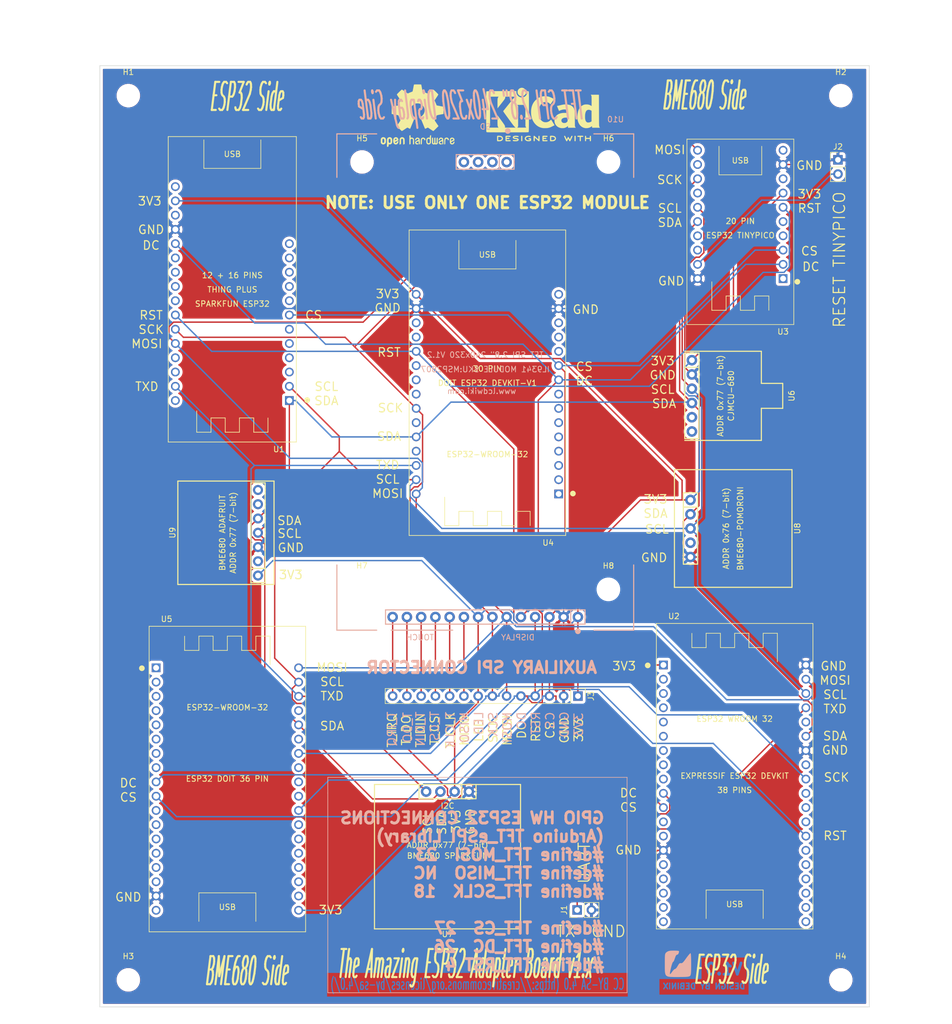
<source format=kicad_pcb>
(kicad_pcb (version 20171130) (host pcbnew 5.99.0+really5.1.10+dfsg1-1)
  (title_block (title "The Amazing ESP32 Adapter Board v1.x") (date 2021-09-01) (rev 1.0) (comment 2 https://creativecommons.org/licenses/by-sa/4.0/) (comment 3 "Licence: CC BY-SA 4.0") (comment 4 "Design by Debnix"))
  (layers (0 F.Cu signal) (31 B.Cu signal) (34 B.Paste user) (35 F.Paste user) (36 B.SilkS user) (37 F.SilkS user) (38 B.Mask user) (39 F.Mask user) (44 Edge.Cuts user))
  (net 0 "")
  (net 1 TXD)
  (net 2 GND)
  (net 3 "Net-(J2-Pad2)")
  (net 4 "Net-(U1-Pad28)")
  (net 5 +3V3)
  (net 6 "Net-(U1-Pad26)")
  (net 7 DC)
  (net 8 "Net-(U1-Pad23)")
  (net 9 "Net-(U1-Pad22)")
  (net 10 "Net-(U1-Pad21)")
  (net 11 "Net-(U1-Pad20)")
  (net 12 RST)
  (net 13 SCK)
  (net 14 MOSI)
  (net 15 "Net-(U1-Pad16)")
  (net 16 "Net-(U1-Pad15)")
  (net 17 "Net-(U1-Pad13)")
  (net 18 "Net-(U1-Pad12)")
  (net 19 "Net-(U1-Pad11)")
  (net 20 "Net-(U1-Pad10)")
  (net 21 "Net-(U1-Pad9)")
  (net 22 "Net-(U1-Pad8)")
  (net 23 CS)
  (net 24 "Net-(U1-Pad6)")
  (net 25 "Net-(U1-Pad5)")
  (net 26 "Net-(U1-Pad4)")
  (net 27 "Net-(U1-Pad3)")
  (net 28 SCL)
  (net 29 SDA)
  (net 30 "Net-(U2-Pad2)")
  (net 31 "Net-(U2-Pad19)")
  (net 32 "Net-(U2-Pad3)")
  (net 33 "Net-(U2-Pad4)")
  (net 34 "Net-(U2-Pad5)")
  (net 35 "Net-(U2-Pad6)")
  (net 36 "Net-(U2-Pad7)")
  (net 37 "Net-(U2-Pad8)")
  (net 38 "Net-(U2-Pad9)")
  (net 39 "Net-(U2-Pad12)")
  (net 40 "Net-(U2-Pad13)")
  (net 41 "Net-(U2-Pad15)")
  (net 42 "Net-(U2-Pad16)")
  (net 43 "Net-(U2-Pad17)")
  (net 44 "Net-(U2-Pad18)")
  (net 45 "Net-(U2-Pad24)")
  (net 46 "Net-(U2-Pad27)")
  (net 47 "Net-(U2-Pad29)")
  (net 48 "Net-(U2-Pad30)")
  (net 49 "Net-(U2-Pad31)")
  (net 50 "Net-(U2-Pad33)")
  (net 51 "Net-(U2-Pad34)")
  (net 52 "Net-(U2-Pad35)")
  (net 53 "Net-(U2-Pad36)")
  (net 54 "Net-(U2-Pad37)")
  (net 55 "Net-(U2-Pad38)")
  (net 56 "Net-(U3-Pad19)")
  (net 57 "Net-(U3-Pad17)")
  (net 58 "Net-(U3-Pad14)")
  (net 59 "Net-(U3-Pad13)")
  (net 60 "Net-(U3-Pad10)")
  (net 61 "Net-(U3-Pad8)")
  (net 62 "Net-(U3-Pad5)")
  (net 63 "Net-(U3-Pad4)")
  (net 64 "Net-(U3-Pad1)")
  (net 65 "Net-(U4-Pad28)")
  (net 66 "Net-(U4-Pad27)")
  (net 67 "Net-(U4-Pad24)")
  (net 68 "Net-(U4-Pad15)")
  (net 69 "Net-(U4-Pad13)")
  (net 70 "Net-(U4-Pad12)")
  (net 71 "Net-(U4-Pad11)")
  (net 72 "Net-(U4-Pad8)")
  (net 73 "Net-(U4-Pad7)")
  (net 74 "Net-(U4-Pad6)")
  (net 75 "Net-(U4-Pad5)")
  (net 76 "Net-(U4-Pad4)")
  (net 77 "Net-(U4-Pad3)")
  (net 78 "Net-(U4-Pad2)")
  (net 79 "Net-(U4-Pad1)")
  (net 80 "Net-(U5-Pad33)")
  (net 81 "Net-(U5-Pad32)")
  (net 82 "Net-(U5-Pad31)")
  (net 83 "Net-(U5-Pad30)")
  (net 84 "Net-(U5-Pad28)")
  (net 85 "Net-(U5-Pad27)")
  (net 86 "Net-(U5-Pad24)")
  (net 87 "Net-(U5-Pad22)")
  (net 88 "Net-(U5-Pad15)")
  (net 89 "Net-(U5-Pad14)")
  (net 90 "Net-(U5-Pad13)")
  (net 91 "Net-(U5-Pad12)")
  (net 92 "Net-(U5-Pad11)")
  (net 93 "Net-(U5-Pad8)")
  (net 94 "Net-(U5-Pad7)")
  (net 95 "Net-(U5-Pad6)")
  (net 96 "Net-(U5-Pad5)")
  (net 97 "Net-(U5-Pad4)")
  (net 98 "Net-(U5-Pad3)")
  (net 99 "Net-(U5-Pad2)")
  (net 100 "Net-(U5-Pad1)")
  (net 101 "Net-(U5-Pad16)")
  (net 102 "Net-(U5-Pad18)")
  (net 103 "Net-(U5-Pad34)")
  (net 104 "Net-(U5-Pad35)")
  (net 105 "Net-(U6-Pad5)")
  (net 106 "Net-(U6-Pad6)")
  (net 107 "Net-(U8-Pad4)")
  (net 108 "Net-(U9-Pad2)")
  (net 109 "Net-(U9-Pad6)")
  (net 110 "Net-(U9-Pad7)")
  (net 111 "Net-(U10-Pad16)")
  (net 112 "Net-(U10-Pad15)")
  (net 113 "Net-(U10-Pad17)")
  (net 114 "Net-(U10-Pad18)")
  (net 115 T_DIN)
  (net 116 T_CS)
  (net 117 T_CLK)
  (net 118 MISO)
  (net 119 T_DO)
  (net 120 T_IRQ)
  (net 121 "Net-(U4-Pad25)")
  (net 122 "Net-(U4-Pad21)")
  (net 123 "Net-(U4-Pad19)")
  (net 124 "Net-(U4-Pad23)")
  (net 125 "Net-(U5-Pad26)")
  (module MY-FOOTPRINTS:BME680-CJMCU-680 (layer F.Cu) (at 146.812 84.201 270)
    (fp_text reference U6 (at 0 -12.065 270) (layer F.SilkS))
    (fp_text value CJMCU-680)
    (fp_text user CJMCU-680 (at 0 -1.27 270) (layer F.SilkS))
    (fp_text user "ADDR 0x77 (7-bit)" (at 0 0.635 270) (layer F.SilkS))
    (pad 1 thru_hole circle (at -6.35 5.715 270) (size 1.8796 1.8796) (drill 1.016) (layers *.Cu *.Mask) (net 5 +3V3))
    (pad 2 thru_hole circle (at -3.81 5.715 270) (size 1.8796 1.8796) (drill 1.016) (layers *.Cu *.Mask) (net 2 GND))
    (pad 3 thru_hole circle (at -1.27 5.715 270) (size 1.8796 1.8796) (drill 1.016) (layers *.Cu *.Mask) (net 28 SCL))
    (pad 4 thru_hole circle (at 1.27 5.715 270) (size 1.8796 1.8796) (drill 1.016) (layers *.Cu *.Mask) (net 29 SDA))
    (pad 5 thru_hole circle (at 3.81 5.715 270) (size 1.8796 1.8796) (drill 1.016) (layers *.Cu *.Mask) (net 105 "Net-(U6-Pad5)"))
    (pad 6 thru_hole circle (at 6.35 5.715 270) (size 1.8796 1.8796) (drill 1.016) (layers *.Cu *.Mask) (net 106 "Net-(U6-Pad6)"))
  )
  (module MYMODULES_IMAGES:KiCad-Logo2_8mm_SilkScreen (layer F.Cu) (at 114.554 33.274)
    (fp_text reference G3 hide)
    (fp_text value KiCad-Logo2_8mm_SilkScreen hide)
  )
  (module MYMODULES_IMAGES:OSHW-Logo2_14.6x12mm_SilkScreen (layer F.Cu) (at 92.202 34.29)
    (fp_text reference G2 hide)
    (fp_text value OSHW-Logo2_14.6x12mm_SilkScreen hide)
  )
  (module MYMODULES_IMAGES:flash (layer B.Cu) (at 138.684 185.293 180)
    (fp_text reference G1 hide)
    (fp_text value LOGO hide)
  )
  (module MYMODULES-MECHANICAL:MountingHole_3.2mm_M3 (layer F.Cu) (at 82.2706 118.643)
    (fp_text reference H7 (at 0 -4.2) (layer F.SilkS))
    (fp_text value MountingHole_3.2mm_M3)
    (pad 1 np_thru_hole circle (at 0 0) (size 3.2 3.2) (drill 3.2) (layers *.Cu *.Mask))
  )
  (module MYMODULES-MECHANICAL:MountingHole_3.2mm_M3 (layer F.Cu) (at 126.213 118.669)
    (fp_text reference H8 (at 0 -4.2) (layer F.SilkS))
    (fp_text value MountingHole_3.2mm_M3)
    (pad 1 np_thru_hole circle (at 0 0) (size 3.2 3.2) (drill 3.2) (layers *.Cu *.Mask))
  )
  (module MYMODULES-MECHANICAL:MountingHole_3.2mm_M3 (layer F.Cu) (at 167.64 188.214)
    (fp_text reference H4 (at 0 -4.2) (layer F.SilkS))
    (fp_text value MountingHole_3.2mm_M3)
    (pad 1 np_thru_hole circle (at 0 0) (size 3.2 3.2) (drill 3.2) (layers *.Cu *.Mask))
  )
  (module MYMODULES-MECHANICAL:MountingHole_3.2mm_M3 (layer F.Cu) (at 40.64 188.214)
    (fp_text reference H3 (at 0 -4.2) (layer F.SilkS))
    (fp_text value MountingHole_3.2mm_M3)
    (pad 1 np_thru_hole circle (at 0 0) (size 3.2 3.2) (drill 3.2) (layers *.Cu *.Mask))
  )
  (module MYMODULES-MECHANICAL:MountingHole_3.2mm_M3 (layer F.Cu) (at 167.64 30.734)
    (fp_text reference H2 (at 0 -4.2) (layer F.SilkS))
    (fp_text value MountingHole_3.2mm_M3)
    (pad 1 np_thru_hole circle (at 0 0) (size 3.2 3.2) (drill 3.2) (layers *.Cu *.Mask))
  )
  (module MYMODULES-MECHANICAL:MountingHole_3.2mm_M3 (layer F.Cu) (at 82.296 42.545)
    (fp_text reference H5 (at 0 -4.2) (layer F.SilkS))
    (fp_text value MountingHole_3.2mm_M3)
    (pad 1 np_thru_hole circle (at 0 0) (size 3.2 3.2) (drill 3.2) (layers *.Cu *.Mask))
  )
  (module MYMODULES-MECHANICAL:MountingHole_3.2mm_M3 (layer F.Cu) (at 126.238 42.545)
    (fp_text reference H6 (at 0 -4.2) (layer F.SilkS))
    (fp_text value MountingHole_3.2mm_M3)
    (pad 1 np_thru_hole circle (at 0 0) (size 3.2 3.2) (drill 3.2) (layers *.Cu *.Mask))
  )
  (module MYMODULES-MECHANICAL:MountingHole_3.2mm_M3 (layer F.Cu) (at 40.64 30.734)
    (fp_text reference H1 (at 0 -4.2) (layer F.SilkS))
    (fp_text value MountingHole_3.2mm_M3)
    (pad 1 np_thru_hole circle (at 0 0) (size 3.2 3.2) (drill 3.2) (layers *.Cu *.Mask))
  )
  (module Connector_PinHeader_2.54mm:PinHeader_1x14_P2.54mm_Vertical (layer F.Cu) (at 120.777 137.668 270)
    (fp_text reference J3 (at 0 -2.33 90) (layer F.SilkS))
    (fp_text value TFT_SPI_CONN)
    (pad 14 thru_hole oval (at 0 33.02 270) (size 1.7 1.7) (drill 1) (layers *.Cu *.Mask) (net 120 T_IRQ))
    (pad 13 thru_hole oval (at 0 30.48 270) (size 1.7 1.7) (drill 1) (layers *.Cu *.Mask) (net 119 T_DO))
    (pad 12 thru_hole oval (at 0 27.94 270) (size 1.7 1.7) (drill 1) (layers *.Cu *.Mask) (net 115 T_DIN))
    (pad 11 thru_hole oval (at 0 25.4 270) (size 1.7 1.7) (drill 1) (layers *.Cu *.Mask) (net 116 T_CS))
    (pad 10 thru_hole oval (at 0 22.86 270) (size 1.7 1.7) (drill 1) (layers *.Cu *.Mask) (net 117 T_CLK))
    (pad 9 thru_hole oval (at 0 20.32 270) (size 1.7 1.7) (drill 1) (layers *.Cu *.Mask) (net 118 MISO))
    (pad 8 thru_hole oval (at 0 17.78 270) (size 1.7 1.7) (drill 1) (layers *.Cu *.Mask) (net 5 +3V3))
    (pad 7 thru_hole oval (at 0 15.24 270) (size 1.7 1.7) (drill 1) (layers *.Cu *.Mask) (net 13 SCK))
    (pad 6 thru_hole oval (at 0 12.7 270) (size 1.7 1.7) (drill 1) (layers *.Cu *.Mask) (net 14 MOSI))
    (pad 5 thru_hole oval (at 0 10.16 270) (size 1.7 1.7) (drill 1) (layers *.Cu *.Mask) (net 7 DC))
    (pad 4 thru_hole oval (at 0 7.62 270) (size 1.7 1.7) (drill 1) (layers *.Cu *.Mask) (net 12 RST))
    (pad 3 thru_hole oval (at 0 5.08 270) (size 1.7 1.7) (drill 1) (layers *.Cu *.Mask) (net 23 CS))
    (pad 2 thru_hole oval (at 0 2.54 270) (size 1.7 1.7) (drill 1) (layers *.Cu *.Mask) (net 2 GND))
    (pad 1 thru_hole rect (at 0 0 270) (size 1.7 1.7) (drill 1) (layers *.Cu *.Mask) (net 5 +3V3))
  )
  (module MY-FOOTPRINTS:BME680-ADAFRUIT (layer F.Cu) (at 57.404 108.585 90)
    (fp_text reference U9 (at 0 -8.89 90) (layer F.SilkS))
    (fp_text value Adafruit-BME680)
    (fp_text user "BME680 ADAFRUIT" (at 0 0 90) (layer F.SilkS))
    (fp_text user "ADDR 0x77 (7-bit)" (at 0 1.905 90) (layer F.SilkS))
    (pad 1 thru_hole circle (at -7.62 6.35 90) (size 1.778 1.778) (drill 1.016) (layers *.Cu *.Mask) (net 5 +3V3))
    (pad 2 thru_hole circle (at -5.08 6.35 90) (size 1.778 1.778) (drill 1.016) (layers *.Cu *.Mask) (net 108 "Net-(U9-Pad2)"))
    (pad 3 thru_hole circle (at -2.54 6.35 90) (size 1.778 1.778) (drill 1.016) (layers *.Cu *.Mask) (net 2 GND))
    (pad 4 thru_hole circle (at 0 6.35 90) (size 1.778 1.778) (drill 1.016) (layers *.Cu *.Mask) (net 28 SCL))
    (pad 5 thru_hole circle (at 2.54 6.35 90) (size 1.778 1.778) (drill 1.016) (layers *.Cu *.Mask) (net 29 SDA))
    (pad 6 thru_hole circle (at 5.08 6.35 90) (size 1.778 1.778) (drill 1.016) (layers *.Cu *.Mask) (net 109 "Net-(U9-Pad6)"))
    (pad 7 thru_hole circle (at 7.62 6.35 90) (size 1.778 1.778) (drill 1.016) (layers *.Cu *.Mask) (net 110 "Net-(U9-Pad7)"))
  )
  (module MY-FOOTPRINTS:BME680-PIMORONI (layer F.Cu) (at 148.463 107.823 270)
    (fp_text reference U8 (at 0 -11.43 90) (layer F.SilkS))
    (fp_text value Pimoroni-BME680)
    (fp_text user BME680-POMORONI (at 0 -1.27 90) (layer F.SilkS))
    (fp_text user "ADDR 0x76 (7-bit)" (at 0 1.27 90) (layer F.SilkS))
    (pad 3 thru_hole circle (at 0 7.62 270) (size 1.8796 1.8796) (drill 1.016) (layers *.Cu *.Mask) (net 28 SCL))
    (pad 2 thru_hole circle (at -2.54 7.62 270) (size 1.8796 1.8796) (drill 1.016) (layers *.Cu *.Mask) (net 29 SDA))
    (pad 1 thru_hole circle (at -5.08 7.62 270) (size 1.8796 1.8796) (drill 1.016) (layers *.Cu *.Mask) (net 5 +3V3))
    (pad 4 thru_hole circle (at 2.54 7.62 270) (size 1.8796 1.8796) (drill 1.016) (layers *.Cu *.Mask) (net 107 "Net-(U8-Pad4)"))
    (pad 5 thru_hole circle (at 5.08 7.62 270) (size 1.8796 1.8796) (drill 1.016) (layers *.Cu *.Mask) (net 2 GND))
  )
  (module MY-FOOTPRINTS:BME680-SPARKFUN (layer F.Cu) (at 97.536 166.116 180)
    (fp_text reference U7 (at 0 -13.97 180) (layer F.SilkS))
    (fp_text value Sparkfun-BME680)
    (fp_text user I2C (at 0 8.89 180) (layer F.SilkS))
    (fp_text user "BME680 SPARKFUN" (at 0 0 180) (layer F.SilkS))
    (fp_text user "ADDR 0x77 (7-bit)" (at 0 1.905 180) (layer F.SilkS))
    (pad 1 thru_hole circle (at -3.81 11.43 180) (size 1.8796 1.8796) (drill 1.016) (layers *.Cu *.Mask) (net 2 GND))
    (pad 2 thru_hole circle (at -1.27 11.43 180) (size 1.8796 1.8796) (drill 1.016) (layers *.Cu *.Mask) (net 5 +3V3))
    (pad 3 thru_hole circle (at 1.27 11.43 180) (size 1.8796 1.8796) (drill 1.016) (layers *.Cu *.Mask) (net 29 SDA))
    (pad 4 thru_hole circle (at 3.81 11.43 180) (size 1.8796 1.8796) (drill 1.016) (layers *.Cu *.Mask) (net 28 SCL))
  )
  (module MY-FOOTPRINTS:ESP32_TINY_PICO (layer F.Cu) (at 149.733 43.561 180)
    (fp_text reference U3 (at -7.62 -29.21) (layer F.SilkS) (effects (font (size 1.000386 1.000386))))
    (fp_text value ESP32-TINYPICO)
    (fp_text user USB (at 0 1.27) (layer F.SilkS))
    (fp_text user "ESP32 TINYPICO" (at 0 -12.065) (layer F.SilkS))
    (fp_text user "20 PIN" (at 0 -9.525) (layer F.SilkS))
    (pad 20 thru_hole circle (at 7.62 3.1 180) (size 1.56 1.56) (drill 1.04) (layers *.Cu *.Mask) (net 14 MOSI))
    (pad 19 thru_hole circle (at 7.62 0.56 180) (size 1.56 1.56) (drill 1.04) (layers *.Cu *.Mask) (net 56 "Net-(U3-Pad19)"))
    (pad 18 thru_hole circle (at 7.62 -1.98 180) (size 1.56 1.56) (drill 1.04) (layers *.Cu *.Mask) (net 13 SCK))
    (pad 17 thru_hole circle (at 7.62 -4.52 180) (size 1.56 1.56) (drill 1.04) (layers *.Cu *.Mask) (net 57 "Net-(U3-Pad17)"))
    (pad 16 thru_hole circle (at 7.62 -7.06 180) (size 1.56 1.56) (drill 1.04) (layers *.Cu *.Mask) (net 28 SCL))
    (pad 15 thru_hole circle (at 7.62 -9.6 180) (size 1.56 1.56) (drill 1.04) (layers *.Cu *.Mask) (net 29 SDA))
    (pad 14 thru_hole circle (at 7.62 -12.14 180) (size 1.56 1.56) (drill 1.04) (layers *.Cu *.Mask) (net 58 "Net-(U3-Pad14)"))
    (pad 13 thru_hole circle (at 7.62 -14.68 180) (size 1.56 1.56) (drill 1.04) (layers *.Cu *.Mask) (net 59 "Net-(U3-Pad13)"))
    (pad 12 thru_hole circle (at 7.62 -17.22 180) (size 1.56 1.56) (drill 1.04) (layers *.Cu *.Mask) (net 3 "Net-(J2-Pad2)"))
    (pad 11 thru_hole circle (at 7.62 -19.76 180) (size 1.56 1.56) (drill 1.04) (layers *.Cu *.Mask) (net 2 GND))
    (pad 10 thru_hole circle (at -7.62 3.1 180) (size 1.56 1.56) (drill 1.04) (layers *.Cu *.Mask) (net 60 "Net-(U3-Pad10)"))
    (pad 9 thru_hole circle (at -7.62 0.56 180) (size 1.56 1.56) (drill 1.04) (layers *.Cu *.Mask) (net 2 GND))
    (pad 8 thru_hole circle (at -7.62 -1.98 180) (size 1.56 1.56) (drill 1.04) (layers *.Cu *.Mask) (net 61 "Net-(U3-Pad8)"))
    (pad 7 thru_hole circle (at -7.62 -4.52 180) (size 1.56 1.56) (drill 1.04) (layers *.Cu *.Mask) (net 5 +3V3))
    (pad 6 thru_hole circle (at -7.62 -7.06 180) (size 1.56 1.56) (drill 1.04) (layers *.Cu *.Mask) (net 12 RST))
    (pad 5 thru_hole circle (at -7.62 -9.6 180) (size 1.56 1.56) (drill 1.04) (layers *.Cu *.Mask) (net 62 "Net-(U3-Pad5)"))
    (pad 4 thru_hole circle (at -7.62 -12.14 180) (size 1.56 1.56) (drill 1.04) (layers *.Cu *.Mask) (net 63 "Net-(U3-Pad4)"))
    (pad 3 thru_hole circle (at -7.62 -14.68 180) (size 1.56 1.56) (drill 1.04) (layers *.Cu *.Mask) (net 23 CS))
    (pad 2 thru_hole circle (at -7.62 -17.22 180) (size 1.56 1.56) (drill 1.04) (layers *.Cu *.Mask) (net 7 DC))
    (pad 1 thru_hole rect (at -7.62 -19.76 180) (size 1.56 1.56) (drill 1.04) (layers *.Cu *.Mask) (net 64 "Net-(U3-Pad1)"))
  )
  (module Connector_PinHeader_2.54mm:PinHeader_1x02_P2.54mm_Vertical (layer F.Cu) (at 120.65 175.768 90)
    (fp_text reference J1 (at 0 -2.33 90) (layer F.SilkS))
    (fp_text value DEBUG)
    (pad 1 thru_hole rect (at 0 0 90) (size 1.7 1.7) (drill 1) (layers *.Cu *.Mask) (net 1 TXD))
    (pad 2 thru_hole oval (at 0 2.54 90) (size 1.7 1.7) (drill 1) (layers *.Cu *.Mask) (net 2 GND))
  )
  (module Connector_PinHeader_2.54mm:PinHeader_1x02_P2.54mm_Vertical (layer F.Cu) (at 167.132 42.164)
    (fp_text reference J2 (at 0 -2.33) (layer F.SilkS))
    (fp_text value "SHRT TO RESET")
    (pad 2 thru_hole oval (at 0 2.54) (size 1.7 1.7) (drill 1) (layers *.Cu *.Mask) (net 3 "Net-(J2-Pad2)"))
    (pad 1 thru_hole rect (at 0 0) (size 1.7 1.7) (drill 1) (layers *.Cu *.Mask) (net 2 GND))
  )
  (module MY-FOOTPRINTS:SPARKFUN_ESP32-THING-PLUS (layer F.Cu) (at 59.182 65.278 180)
    (fp_text reference U1 (at -8.289175 -28.446045) (layer F.SilkS) (effects (font (size 1.000386 1.000386))))
    (fp_text value ESP32-THINGS-PLUS)
    (fp_text user USB (at 0 24.13) (layer F.SilkS))
    (fp_text user "SPARKFUN ESP32" (at 0 -2.54) (layer F.SilkS))
    (fp_text user "12 + 16 PINS" (at 0 2.54) (layer F.SilkS))
    (fp_text user "THING PLUS" (at 0 0) (layer F.SilkS))
    (pad 28 thru_hole circle (at 10.16 18.34 180) (size 1.56 1.56) (drill 1.04) (layers *.Cu *.Mask) (net 4 "Net-(U1-Pad28)"))
    (pad 27 thru_hole circle (at 10.16 15.8 180) (size 1.56 1.56) (drill 1.04) (layers *.Cu *.Mask) (net 5 +3V3))
    (pad 26 thru_hole circle (at 10.16 13.26 180) (size 1.56 1.56) (drill 1.04) (layers *.Cu *.Mask) (net 6 "Net-(U1-Pad26)"))
    (pad 25 thru_hole circle (at 10.16 10.72 180) (size 1.56 1.56) (drill 1.04) (layers *.Cu *.Mask) (net 2 GND))
    (pad 24 thru_hole circle (at 10.16 8.18 180) (size 1.56 1.56) (drill 1.04) (layers *.Cu *.Mask) (net 7 DC))
    (pad 23 thru_hole circle (at 10.16 5.64 180) (size 1.56 1.56) (drill 1.04) (layers *.Cu *.Mask) (net 8 "Net-(U1-Pad23)"))
    (pad 22 thru_hole circle (at 10.16 3.1 180) (size 1.56 1.56) (drill 1.04) (layers *.Cu *.Mask) (net 9 "Net-(U1-Pad22)"))
    (pad 21 thru_hole circle (at 10.16 0.56 180) (size 1.56 1.56) (drill 1.04) (layers *.Cu *.Mask) (net 10 "Net-(U1-Pad21)"))
    (pad 20 thru_hole circle (at 10.16 -1.98 180) (size 1.56 1.56) (drill 1.04) (layers *.Cu *.Mask) (net 11 "Net-(U1-Pad20)"))
    (pad 19 thru_hole circle (at 10.16 -4.52 180) (size 1.56 1.56) (drill 1.04) (layers *.Cu *.Mask) (net 12 RST))
    (pad 18 thru_hole circle (at 10.16 -7.06 180) (size 1.56 1.56) (drill 1.04) (layers *.Cu *.Mask) (net 13 SCK))
    (pad 17 thru_hole circle (at 10.16 -9.6 180) (size 1.56 1.56) (drill 1.04) (layers *.Cu *.Mask) (net 14 MOSI))
    (pad 16 thru_hole circle (at 10.16 -12.14 180) (size 1.56 1.56) (drill 1.04) (layers *.Cu *.Mask) (net 15 "Net-(U1-Pad16)"))
    (pad 15 thru_hole circle (at 10.16 -14.68 180) (size 1.56 1.56) (drill 1.04) (layers *.Cu *.Mask) (net 16 "Net-(U1-Pad15)"))
    (pad 14 thru_hole circle (at 10.16 -17.22 180) (size 1.56 1.56) (drill 1.04) (layers *.Cu *.Mask) (net 1 TXD))
    (pad 13 thru_hole circle (at 10.16 -19.76 180) (size 1.56 1.56) (drill 1.04) (layers *.Cu *.Mask) (net 17 "Net-(U1-Pad13)"))
    (pad 12 thru_hole circle (at -10.16 8.18 180) (size 1.56 1.56) (drill 1.04) (layers *.Cu *.Mask) (net 18 "Net-(U1-Pad12)"))
    (pad 11 thru_hole circle (at -10.16 5.64 180) (size 1.56 1.56) (drill 1.04) (layers *.Cu *.Mask) (net 19 "Net-(U1-Pad11)"))
    (pad 10 thru_hole circle (at -10.16 3.1 180) (size 1.56 1.56) (drill 1.04) (layers *.Cu *.Mask) (net 20 "Net-(U1-Pad10)"))
    (pad 9 thru_hole circle (at -10.16 0.56 180) (size 1.56 1.56) (drill 1.04) (layers *.Cu *.Mask) (net 21 "Net-(U1-Pad9)"))
    (pad 8 thru_hole circle (at -10.16 -1.98 180) (size 1.56 1.56) (drill 1.04) (layers *.Cu *.Mask) (net 22 "Net-(U1-Pad8)"))
    (pad 7 thru_hole circle (at -10.16 -4.52 180) (size 1.56 1.56) (drill 1.04) (layers *.Cu *.Mask) (net 23 CS))
    (pad 6 thru_hole circle (at -10.16 -7.06 180) (size 1.56 1.56) (drill 1.04) (layers *.Cu *.Mask) (net 24 "Net-(U1-Pad6)"))
    (pad 5 thru_hole circle (at -10.16 -9.6 180) (size 1.56 1.56) (drill 1.04) (layers *.Cu *.Mask) (net 25 "Net-(U1-Pad5)"))
    (pad 4 thru_hole circle (at -10.16 -12.14 180) (size 1.56 1.56) (drill 1.04) (layers *.Cu *.Mask) (net 26 "Net-(U1-Pad4)"))
    (pad 3 thru_hole circle (at -10.16 -14.68 180) (size 1.56 1.56) (drill 1.04) (layers *.Cu *.Mask) (net 27 "Net-(U1-Pad3)"))
    (pad 2 thru_hole circle (at -10.16 -17.22 180) (size 1.56 1.56) (drill 1.04) (layers *.Cu *.Mask) (net 28 SCL))
    (pad 1 thru_hole rect (at -10.16 -19.76 180) (size 1.56 1.56) (drill 1.04) (layers *.Cu *.Mask) (net 29 SDA))
  )
  (module MY-ESP32:MODULE_ESP32-DEVKITC-32D (layer F.Cu) (at 148.717 151.892)
    (fp_text reference U2 (at -10.829175 -28.446045) (layer F.SilkS) (effects (font (size 1.000386 1.000386))))
    (fp_text value ESP32-DEVKITC-32D)
    (fp_text user USB (at 0 22.86) (layer F.SilkS))
    (fp_text user "EXPRESSIF ESP32 DEVKIT" (at 0 0) (layer F.SilkS))
    (fp_text user "38 PINS" (at 0 2.54) (layer F.SilkS))
    (fp_text user "ESP32 WROOM 32" (at 0 -10.16) (layer F.SilkS))
    (pad 1 thru_hole rect (at -12.7 -19.76) (size 1.56 1.56) (drill 1.04) (layers *.Cu *.Mask) (net 5 +3V3))
    (pad 2 thru_hole circle (at -12.7 -17.22) (size 1.56 1.56) (drill 1.04) (layers *.Cu *.Mask) (net 30 "Net-(U2-Pad2)"))
    (pad 19 thru_hole circle (at -12.7 25.96) (size 1.56 1.56) (drill 1.04) (layers *.Cu *.Mask) (net 31 "Net-(U2-Pad19)"))
    (pad 3 thru_hole circle (at -12.7 -14.68) (size 1.56 1.56) (drill 1.04) (layers *.Cu *.Mask) (net 32 "Net-(U2-Pad3)"))
    (pad 4 thru_hole circle (at -12.7 -12.14) (size 1.56 1.56) (drill 1.04) (layers *.Cu *.Mask) (net 33 "Net-(U2-Pad4)"))
    (pad 5 thru_hole circle (at -12.7 -9.6) (size 1.56 1.56) (drill 1.04) (layers *.Cu *.Mask) (net 34 "Net-(U2-Pad5)"))
    (pad 6 thru_hole circle (at -12.7 -7.06) (size 1.56 1.56) (drill 1.04) (layers *.Cu *.Mask) (net 35 "Net-(U2-Pad6)"))
    (pad 7 thru_hole circle (at -12.7 -4.52) (size 1.56 1.56) (drill 1.04) (layers *.Cu *.Mask) (net 36 "Net-(U2-Pad7)"))
    (pad 8 thru_hole circle (at -12.7 -1.98) (size 1.56 1.56) (drill 1.04) (layers *.Cu *.Mask) (net 37 "Net-(U2-Pad8)"))
    (pad 9 thru_hole circle (at -12.7 0.56) (size 1.56 1.56) (drill 1.04) (layers *.Cu *.Mask) (net 38 "Net-(U2-Pad9)"))
    (pad 10 thru_hole circle (at -12.7 3.1) (size 1.56 1.56) (drill 1.04) (layers *.Cu *.Mask) (net 7 DC))
    (pad 11 thru_hole circle (at -12.7 5.64) (size 1.56 1.56) (drill 1.04) (layers *.Cu *.Mask) (net 23 CS))
    (pad 12 thru_hole circle (at -12.7 8.18) (size 1.56 1.56) (drill 1.04) (layers *.Cu *.Mask) (net 39 "Net-(U2-Pad12)"))
    (pad 13 thru_hole circle (at -12.7 10.72) (size 1.56 1.56) (drill 1.04) (layers *.Cu *.Mask) (net 40 "Net-(U2-Pad13)"))
    (pad 14 thru_hole circle (at -12.7 13.26) (size 1.56 1.56) (drill 1.04) (layers *.Cu *.Mask) (net 2 GND))
    (pad 15 thru_hole circle (at -12.7 15.8) (size 1.56 1.56) (drill 1.04) (layers *.Cu *.Mask) (net 41 "Net-(U2-Pad15)"))
    (pad 16 thru_hole circle (at -12.7 18.34) (size 1.56 1.56) (drill 1.04) (layers *.Cu *.Mask) (net 42 "Net-(U2-Pad16)"))
    (pad 17 thru_hole circle (at -12.7 20.88) (size 1.56 1.56) (drill 1.04) (layers *.Cu *.Mask) (net 43 "Net-(U2-Pad17)"))
    (pad 18 thru_hole circle (at -12.7 23.42) (size 1.56 1.56) (drill 1.04) (layers *.Cu *.Mask) (net 44 "Net-(U2-Pad18)"))
    (pad 20 thru_hole circle (at 12.7 -19.76) (size 1.56 1.56) (drill 1.04) (layers *.Cu *.Mask) (net 2 GND))
    (pad 21 thru_hole circle (at 12.7 -17.22) (size 1.56 1.56) (drill 1.04) (layers *.Cu *.Mask) (net 14 MOSI))
    (pad 22 thru_hole circle (at 12.7 -14.68) (size 1.56 1.56) (drill 1.04) (layers *.Cu *.Mask) (net 28 SCL))
    (pad 23 thru_hole circle (at 12.7 -12.14) (size 1.56 1.56) (drill 1.04) (layers *.Cu *.Mask) (net 1 TXD))
    (pad 24 thru_hole circle (at 12.7 -9.6) (size 1.56 1.56) (drill 1.04) (layers *.Cu *.Mask) (net 45 "Net-(U2-Pad24)"))
    (pad 25 thru_hole circle (at 12.7 -7.06) (size 1.56 1.56) (drill 1.04) (layers *.Cu *.Mask) (net 29 SDA))
    (pad 26 thru_hole circle (at 12.7 -4.52) (size 1.56 1.56) (drill 1.04) (layers *.Cu *.Mask) (net 2 GND))
    (pad 27 thru_hole circle (at 12.7 -1.98) (size 1.56 1.56) (drill 1.04) (layers *.Cu *.Mask) (net 46 "Net-(U2-Pad27)"))
    (pad 28 thru_hole circle (at 12.7 0.56) (size 1.56 1.56) (drill 1.04) (layers *.Cu *.Mask) (net 13 SCK))
    (pad 29 thru_hole circle (at 12.7 3.1) (size 1.56 1.56) (drill 1.04) (layers *.Cu *.Mask) (net 47 "Net-(U2-Pad29)"))
    (pad 30 thru_hole circle (at 12.7 5.64) (size 1.56 1.56) (drill 1.04) (layers *.Cu *.Mask) (net 48 "Net-(U2-Pad30)"))
    (pad 31 thru_hole circle (at 12.7 8.18) (size 1.56 1.56) (drill 1.04) (layers *.Cu *.Mask) (net 49 "Net-(U2-Pad31)"))
    (pad 32 thru_hole circle (at 12.7 10.72) (size 1.56 1.56) (drill 1.04) (layers *.Cu *.Mask) (net 12 RST))
    (pad 33 thru_hole circle (at 12.7 13.26) (size 1.56 1.56) (drill 1.04) (layers *.Cu *.Mask) (net 50 "Net-(U2-Pad33)"))
    (pad 34 thru_hole circle (at 12.7 15.8) (size 1.56 1.56) (drill 1.04) (layers *.Cu *.Mask) (net 51 "Net-(U2-Pad34)"))
    (pad 35 thru_hole circle (at 12.7 18.34) (size 1.56 1.56) (drill 1.04) (layers *.Cu *.Mask) (net 52 "Net-(U2-Pad35)"))
    (pad 36 thru_hole circle (at 12.7 20.88) (size 1.56 1.56) (drill 1.04) (layers *.Cu *.Mask) (net 53 "Net-(U2-Pad36)"))
    (pad 37 thru_hole circle (at 12.7 23.42) (size 1.56 1.56) (drill 1.04) (layers *.Cu *.Mask) (net 54 "Net-(U2-Pad37)"))
    (pad 38 thru_hole circle (at 12.7 25.96) (size 1.56 1.56) (drill 1.04) (layers *.Cu *.Mask) (net 55 "Net-(U2-Pad38)"))
  )
  (module MY-FOOTPRINTS:ESP32-DOIT-30PIN (layer F.Cu) (at 104.648 81.915 180)
    (fp_text reference U4 (at -10.829175 -28.446045) (layer F.SilkS) (effects (font (size 1.000386 1.000386))))
    (fp_text value ESP32-DOIT-30PIN)
    (fp_text user USB (at 0 22.86) (layer F.SilkS))
    (fp_text user "DOIT ESP32 DEVKIT-V1" (at 0 0) (layer F.SilkS))
    (fp_text user ESP32-WROOM-32 (at 0 -12.7) (layer F.SilkS))
    (fp_text user "30 PIN" (at 0 2.54) (layer F.SilkS))
    (pad 30 thru_hole circle (at 12.7 15.8 180) (size 1.56 1.56) (drill 1.04) (layers *.Cu *.Mask) (net 5 +3V3))
    (pad 29 thru_hole circle (at 12.7 13.26 180) (size 1.56 1.56) (drill 1.04) (layers *.Cu *.Mask) (net 2 GND))
    (pad 28 thru_hole circle (at 12.7 10.72 180) (size 1.56 1.56) (drill 1.04) (layers *.Cu *.Mask) (net 65 "Net-(U4-Pad28)"))
    (pad 27 thru_hole circle (at 12.7 8.18 180) (size 1.56 1.56) (drill 1.04) (layers *.Cu *.Mask) (net 66 "Net-(U4-Pad27)"))
    (pad 26 thru_hole circle (at 12.7 5.64 180) (size 1.56 1.56) (drill 1.04) (layers *.Cu *.Mask) (net 12 RST))
    (pad 25 thru_hole circle (at 12.7 3.1 180) (size 1.56 1.56) (drill 1.04) (layers *.Cu *.Mask) (net 121 "Net-(U4-Pad25)"))
    (pad 24 thru_hole circle (at 12.7 0.56 180) (size 1.56 1.56) (drill 1.04) (layers *.Cu *.Mask) (net 67 "Net-(U4-Pad24)"))
    (pad 23 thru_hole circle (at 12.7 -1.98 180) (size 1.56 1.56) (drill 1.04) (layers *.Cu *.Mask) (net 124 "Net-(U4-Pad23)"))
    (pad 22 thru_hole circle (at 12.7 -4.52 180) (size 1.56 1.56) (drill 1.04) (layers *.Cu *.Mask) (net 13 SCK))
    (pad 21 thru_hole circle (at 12.7 -7.06 180) (size 1.56 1.56) (drill 1.04) (layers *.Cu *.Mask) (net 122 "Net-(U4-Pad21)"))
    (pad 20 thru_hole circle (at 12.7 -9.6 180) (size 1.56 1.56) (drill 1.04) (layers *.Cu *.Mask) (net 29 SDA))
    (pad 19 thru_hole circle (at 12.7 -12.14 180) (size 1.56 1.56) (drill 1.04) (layers *.Cu *.Mask) (net 123 "Net-(U4-Pad19)"))
    (pad 18 thru_hole circle (at 12.7 -14.68 180) (size 1.56 1.56) (drill 1.04) (layers *.Cu *.Mask) (net 1 TXD))
    (pad 17 thru_hole circle (at 12.7 -17.22 180) (size 1.56 1.56) (drill 1.04) (layers *.Cu *.Mask) (net 28 SCL))
    (pad 16 thru_hole circle (at 12.7 -19.76 180) (size 1.56 1.56) (drill 1.04) (layers *.Cu *.Mask) (net 14 MOSI))
    (pad 15 thru_hole circle (at -12.7 15.8 180) (size 1.56 1.56) (drill 1.04) (layers *.Cu *.Mask) (net 68 "Net-(U4-Pad15)"))
    (pad 14 thru_hole circle (at -12.7 13.26 180) (size 1.56 1.56) (drill 1.04) (layers *.Cu *.Mask) (net 2 GND))
    (pad 13 thru_hole circle (at -12.7 10.72 180) (size 1.56 1.56) (drill 1.04) (layers *.Cu *.Mask) (net 69 "Net-(U4-Pad13)"))
    (pad 12 thru_hole circle (at -12.7 8.18 180) (size 1.56 1.56) (drill 1.04) (layers *.Cu *.Mask) (net 70 "Net-(U4-Pad12)"))
    (pad 11 thru_hole circle (at -12.7 5.64 180) (size 1.56 1.56) (drill 1.04) (layers *.Cu *.Mask) (net 71 "Net-(U4-Pad11)"))
    (pad 10 thru_hole circle (at -12.7 3.1 180) (size 1.56 1.56) (drill 1.04) (layers *.Cu *.Mask) (net 23 CS))
    (pad 9 thru_hole circle (at -12.7 0.56 180) (size 1.56 1.56) (drill 1.04) (layers *.Cu *.Mask) (net 7 DC))
    (pad 8 thru_hole circle (at -12.7 -1.98 180) (size 1.56 1.56) (drill 1.04) (layers *.Cu *.Mask) (net 72 "Net-(U4-Pad8)"))
    (pad 7 thru_hole circle (at -12.7 -4.52 180) (size 1.56 1.56) (drill 1.04) (layers *.Cu *.Mask) (net 73 "Net-(U4-Pad7)"))
    (pad 6 thru_hole circle (at -12.7 -7.06 180) (size 1.56 1.56) (drill 1.04) (layers *.Cu *.Mask) (net 74 "Net-(U4-Pad6)"))
    (pad 5 thru_hole circle (at -12.7 -9.6 180) (size 1.56 1.56) (drill 1.04) (layers *.Cu *.Mask) (net 75 "Net-(U4-Pad5)"))
    (pad 4 thru_hole circle (at -12.7 -12.14 180) (size 1.56 1.56) (drill 1.04) (layers *.Cu *.Mask) (net 76 "Net-(U4-Pad4)"))
    (pad 3 thru_hole circle (at -12.7 -14.68 180) (size 1.56 1.56) (drill 1.04) (layers *.Cu *.Mask) (net 77 "Net-(U4-Pad3)"))
    (pad 2 thru_hole circle (at -12.7 -17.22 180) (size 1.56 1.56) (drill 1.04) (layers *.Cu *.Mask) (net 78 "Net-(U4-Pad2)"))
    (pad 1 thru_hole rect (at -12.7 -19.76 180) (size 1.56 1.56) (drill 1.04) (layers *.Cu *.Mask) (net 79 "Net-(U4-Pad1)"))
  )
  (module MY-FOOTPRINTS:ESP32-DOIT-36PIN (layer F.Cu) (at 58.293 152.4)
    (fp_text reference U5 (at -10.829175 -28.446045) (layer F.SilkS) (effects (font (size 1.000386 1.000386))))
    (fp_text value ESP32-DOIT-36PIN)
    (fp_text user USB (at 0 22.86) (layer F.SilkS))
    (fp_text user "ESP32 DOIT 36 PIN" (at 0 0) (layer F.SilkS))
    (fp_text user ESP32-WROOM-32 (at 0 -12.7) (layer F.SilkS))
    (pad 33 thru_hole circle (at 12.7 15.8) (size 1.56 1.56) (drill 1.04) (layers *.Cu *.Mask) (net 80 "Net-(U5-Pad33)"))
    (pad 32 thru_hole circle (at 12.7 13.26) (size 1.56 1.56) (drill 1.04) (layers *.Cu *.Mask) (net 81 "Net-(U5-Pad32)"))
    (pad 31 thru_hole circle (at 12.7 10.72) (size 1.56 1.56) (drill 1.04) (layers *.Cu *.Mask) (net 82 "Net-(U5-Pad31)"))
    (pad 30 thru_hole circle (at 12.7 8.18) (size 1.56 1.56) (drill 1.04) (layers *.Cu *.Mask) (net 83 "Net-(U5-Pad30)"))
    (pad 29 thru_hole circle (at 12.7 5.64) (size 1.56 1.56) (drill 1.04) (layers *.Cu *.Mask) (net 12 RST))
    (pad 28 thru_hole circle (at 12.7 3.1) (size 1.56 1.56) (drill 1.04) (layers *.Cu *.Mask) (net 84 "Net-(U5-Pad28)"))
    (pad 27 thru_hole circle (at 12.7 0.56) (size 1.56 1.56) (drill 1.04) (layers *.Cu *.Mask) (net 85 "Net-(U5-Pad27)"))
    (pad 26 thru_hole circle (at 12.7 -1.98) (size 1.56 1.56) (drill 1.04) (layers *.Cu *.Mask) (net 125 "Net-(U5-Pad26)"))
    (pad 25 thru_hole circle (at 12.7 -4.52) (size 1.56 1.56) (drill 1.04) (layers *.Cu *.Mask) (net 13 SCK))
    (pad 24 thru_hole circle (at 12.7 -7.06) (size 1.56 1.56) (drill 1.04) (layers *.Cu *.Mask) (net 86 "Net-(U5-Pad24)"))
    (pad 23 thru_hole circle (at 12.7 -9.6) (size 1.56 1.56) (drill 1.04) (layers *.Cu *.Mask) (net 29 SDA))
    (pad 22 thru_hole circle (at 12.7 -12.14) (size 1.56 1.56) (drill 1.04) (layers *.Cu *.Mask) (net 87 "Net-(U5-Pad22)"))
    (pad 21 thru_hole circle (at 12.7 -14.68) (size 1.56 1.56) (drill 1.04) (layers *.Cu *.Mask) (net 1 TXD))
    (pad 20 thru_hole circle (at 12.7 -17.22) (size 1.56 1.56) (drill 1.04) (layers *.Cu *.Mask) (net 28 SCL))
    (pad 19 thru_hole circle (at 12.7 -19.76) (size 1.56 1.56) (drill 1.04) (layers *.Cu *.Mask) (net 14 MOSI))
    (pad 15 thru_hole circle (at -12.7 15.8) (size 1.56 1.56) (drill 1.04) (layers *.Cu *.Mask) (net 88 "Net-(U5-Pad15)"))
    (pad 14 thru_hole circle (at -12.7 13.26) (size 1.56 1.56) (drill 1.04) (layers *.Cu *.Mask) (net 89 "Net-(U5-Pad14)"))
    (pad 13 thru_hole circle (at -12.7 10.72) (size 1.56 1.56) (drill 1.04) (layers *.Cu *.Mask) (net 90 "Net-(U5-Pad13)"))
    (pad 12 thru_hole circle (at -12.7 8.18) (size 1.56 1.56) (drill 1.04) (layers *.Cu *.Mask) (net 91 "Net-(U5-Pad12)"))
    (pad 11 thru_hole circle (at -12.7 5.64) (size 1.56 1.56) (drill 1.04) (layers *.Cu *.Mask) (net 92 "Net-(U5-Pad11)"))
    (pad 10 thru_hole circle (at -12.7 3.1) (size 1.56 1.56) (drill 1.04) (layers *.Cu *.Mask) (net 23 CS))
    (pad 9 thru_hole circle (at -12.7 0.56) (size 1.56 1.56) (drill 1.04) (layers *.Cu *.Mask) (net 7 DC))
    (pad 8 thru_hole circle (at -12.7 -1.98) (size 1.56 1.56) (drill 1.04) (layers *.Cu *.Mask) (net 93 "Net-(U5-Pad8)"))
    (pad 7 thru_hole circle (at -12.7 -4.52) (size 1.56 1.56) (drill 1.04) (layers *.Cu *.Mask) (net 94 "Net-(U5-Pad7)"))
    (pad 6 thru_hole circle (at -12.7 -7.06) (size 1.56 1.56) (drill 1.04) (layers *.Cu *.Mask) (net 95 "Net-(U5-Pad6)"))
    (pad 5 thru_hole circle (at -12.7 -9.6) (size 1.56 1.56) (drill 1.04) (layers *.Cu *.Mask) (net 96 "Net-(U5-Pad5)"))
    (pad 4 thru_hole circle (at -12.7 -12.14) (size 1.56 1.56) (drill 1.04) (layers *.Cu *.Mask) (net 97 "Net-(U5-Pad4)"))
    (pad 3 thru_hole circle (at -12.7 -14.68) (size 1.56 1.56) (drill 1.04) (layers *.Cu *.Mask) (net 98 "Net-(U5-Pad3)"))
    (pad 2 thru_hole circle (at -12.7 -17.22) (size 1.56 1.56) (drill 1.04) (layers *.Cu *.Mask) (net 99 "Net-(U5-Pad2)"))
    (pad 1 thru_hole rect (at -12.7 -19.76) (size 1.56 1.56) (drill 1.04) (layers *.Cu *.Mask) (net 100 "Net-(U5-Pad1)"))
    (pad 16 thru_hole circle (at -12.7 18.34) (size 1.56 1.56) (drill 1.04) (layers *.Cu *.Mask) (net 101 "Net-(U5-Pad16)"))
    (pad 18 thru_hole circle (at -12.7 23.42) (size 1.56 1.56) (drill 1.04) (layers *.Cu *.Mask) (net 102 "Net-(U5-Pad18)"))
    (pad 17 thru_hole circle (at -12.7 20.88) (size 1.56 1.56) (drill 1.04) (layers *.Cu *.Mask) (net 2 GND))
    (pad 34 thru_hole circle (at 12.7 18.34) (size 1.56 1.56) (drill 1.04) (layers *.Cu *.Mask) (net 103 "Net-(U5-Pad34)"))
    (pad 36 thru_hole circle (at 12.7 23.42) (size 1.56 1.56) (drill 1.04) (layers *.Cu *.Mask) (net 5 +3V3))
    (pad 35 thru_hole circle (at 12.7 20.88) (size 1.56 1.56) (drill 1.04) (layers *.Cu *.Mask) (net 104 "Net-(U5-Pad35)"))
  )
  (module MY-FOOTPRINTS:IL9341-TFTSPI-240x320V1_2 (layer B.Cu) (at 104.267 80.772 180)
    (fp_text reference U10 (at -23.22576 45.80636) (layer B.SilkS) (effects (justify mirror)))
    (fp_text value IL9341-240x320-TFT-LCD)
    (fp_text user "TFT SPI 2.8\" 240x320 V1.2" (at 0 3.87096) (layer B.SilkS) (effects (justify mirror)))
    (fp_text user "IL9341 MODULE SKU:MSP2807" (at 0 1.29032) (layer B.SilkS) (effects (justify mirror)))
    (fp_text user TOUCH (at 11.61288 -46.45152) (layer B.SilkS) (effects (justify mirror)))
    (fp_text user SD (at 0 44.51604) (layer B.SilkS) (effects (justify mirror)))
    (fp_text user www.lcdwiki.com (at 0.64516 -2.58064) (layer B.SilkS) (effects (justify mirror)))
    (fp_text user DISPLAY (at -5.80644 -46.45152) (layer B.SilkS) (effects (justify mirror)))
    (pad 6 thru_hole circle (at -3.81 -42.81932 180) (size 1.8796 1.8796) (drill 1.016) (layers *.Cu *.Mask) (net 14 MOSI))
    (pad 5 thru_hole circle (at -6.35 -42.81932 180) (size 1.8796 1.8796) (drill 1.016) (layers *.Cu *.Mask) (net 7 DC))
    (pad 4 thru_hole circle (at -8.89 -42.81932 180) (size 1.8796 1.8796) (drill 1.016) (layers *.Cu *.Mask) (net 12 RST))
    (pad 3 thru_hole circle (at -11.43 -42.81932 180) (size 1.8796 1.8796) (drill 1.016) (layers *.Cu *.Mask) (net 23 CS))
    (pad 2 thru_hole circle (at -13.97 -42.81932 180) (size 1.8796 1.8796) (drill 1.016) (layers *.Cu *.Mask) (net 2 GND))
    (pad 1 thru_hole circle (at -16.51 -42.81932 180) (size 1.8796 1.8796) (drill 1.016) (layers *.Cu *.Mask) (net 5 +3V3))
    (pad 7 thru_hole circle (at -1.27 -42.81932 180) (size 1.8796 1.8796) (drill 1.016) (layers *.Cu *.Mask) (net 13 SCK))
    (pad 8 thru_hole circle (at 1.27 -42.81932 180) (size 1.8796 1.8796) (drill 1.016) (layers *.Cu *.Mask) (net 5 +3V3))
    (pad 9 thru_hole circle (at 3.81 -42.81932 180) (size 1.8796 1.8796) (drill 1.016) (layers *.Cu *.Mask) (net 118 MISO))
    (pad 10 thru_hole circle (at 6.35 -42.81932 180) (size 1.8796 1.8796) (drill 1.016) (layers *.Cu *.Mask) (net 117 T_CLK))
    (pad 11 thru_hole circle (at 8.89 -42.81932 180) (size 1.8796 1.8796) (drill 1.016) (layers *.Cu *.Mask) (net 116 T_CS))
    (pad 12 thru_hole circle (at 11.43 -42.81932 180) (size 1.8796 1.8796) (drill 1.016) (layers *.Cu *.Mask) (net 115 T_DIN))
    (pad 13 thru_hole circle (at 13.97 -42.81932 180) (size 1.8796 1.8796) (drill 1.016) (layers *.Cu *.Mask) (net 119 T_DO))
    (pad 14 thru_hole circle (at 16.51 -42.81932 180) (size 1.8796 1.8796) (drill 1.016) (layers *.Cu *.Mask) (net 120 T_IRQ))
    (pad 16 thru_hole circle (at -1.27 38.20668 180) (size 1.8796 1.8796) (drill 1.016) (layers *.Cu *.Mask) (net 111 "Net-(U10-Pad16)"))
    (pad 15 thru_hole circle (at -3.81 38.20668 180) (size 1.8796 1.8796) (drill 1.016) (layers *.Cu *.Mask) (net 112 "Net-(U10-Pad15)"))
    (pad 17 thru_hole circle (at 1.27 38.20668 180) (size 1.8796 1.8796) (drill 1.016) (layers *.Cu *.Mask) (net 113 "Net-(U10-Pad17)"))
    (pad 18 thru_hole circle (at 3.81 38.20668 180) (size 1.8796 1.8796) (drill 1.016) (layers *.Cu *.Mask) (net 114 "Net-(U10-Pad18)"))
  )
  (gr_text "AUXILIARY SPI CONNECTOR" (at 103.632 132.588) (layer B.SilkS) (effects (font (size 2.032 2.032) (thickness 0.5)) (justify mirror)))
  (gr_text GND (at 166.37 132.334) (layer F.SilkS) (effects (font (size 1.524 1.524) (thickness 0.2032))))
  (gr_text MOSI (at 166.624 134.874) (layer F.SilkS) (effects (font (size 1.524 1.524) (thickness 0.2032))))
  (gr_text SCL (at 166.624 137.414) (layer F.SilkS) (effects (font (size 1.524 1.524) (thickness 0.2032))))
  (gr_text TXD (at 166.624 139.954) (layer F.SilkS) (effects (font (size 1.524 1.524) (thickness 0.2032))))
  (gr_text SDA (at 166.624 144.78) (layer F.SilkS) (effects (font (size 1.524 1.524) (thickness 0.2032))))
  (gr_text GND (at 166.624 147.32) (layer F.SilkS) (effects (font (size 1.524 1.524) (thickness 0.2032))))
  (gr_text SCK (at 166.878 152.146) (layer F.SilkS) (effects (font (size 1.524 1.524) (thickness 0.2032))))
  (gr_text RST (at 166.624 162.56) (layer F.SilkS) (effects (font (size 1.524 1.524) (thickness 0.2032))))
  (gr_text CS (at 129.794 157.48) (layer F.SilkS) (effects (font (size 1.524 1.524) (thickness 0.2032))))
  (gr_text GND (at 129.794 165.1) (layer F.SilkS) (effects (font (size 1.524 1.524) (thickness 0.2032))))
  (gr_text DC (at 129.794 154.94) (layer F.SilkS) (effects (font (size 1.524 1.524) (thickness 0.2032))))
  (gr_text 3V3 (at 129.032 132.334) (layer F.SilkS) (effects (font (size 1.524 1.524) (thickness 0.2032))))
  (gr_text TXD (at 76.962 137.668) (layer F.SilkS) (effects (font (size 1.524 1.524) (thickness 0.2032))))
  (gr_text SCL (at 76.962 135.128) (layer F.SilkS) (effects (font (size 1.524 1.524) (thickness 0.2032))))
  (gr_text MOSI (at 76.962 132.588) (layer F.SilkS) (effects (font (size 1.524 1.524) (thickness 0.2032))))
  (gr_text 3V3 (at 76.708 175.768) (layer F.SilkS) (effects (font (size 1.524 1.524) (thickness 0.2032))))
  (gr_text SDA (at 76.962 143.002) (layer F.SilkS) (effects (font (size 1.524 1.524) (thickness 0.2032))))
  (gr_text GND (at 40.64 173.482) (layer F.SilkS) (effects (font (size 1.524 1.524) (thickness 0.2032))))
  (gr_text CS (at 40.64 155.702) (layer F.SilkS) (effects (font (size 1.524 1.524) (thickness 0.2032))))
  (gr_text DC (at 40.64 153.162) (layer F.SilkS) (effects (font (size 1.524 1.524) (thickness 0.2032))))
  (gr_text GND (at 162.052 43.18) (layer F.SilkS) (effects (font (size 1.524 1.524) (thickness 0.2032))))
  (gr_text 3V3 (at 162.052 48.26) (layer F.SilkS) (effects (font (size 1.524 1.524) (thickness 0.2032))))
  (gr_text RST (at 162.052 50.8) (layer F.SilkS) (effects (font (size 1.524 1.524) (thickness 0.2032))))
  (gr_text CS (at 162.052 58.42) (layer F.SilkS) (effects (font (size 1.524 1.524) (thickness 0.2032))))
  (gr_text DC (at 162.306 61.214) (layer F.SilkS) (effects (font (size 1.524 1.524) (thickness 0.2032))))
  (gr_text GND (at 137.414 63.754) (layer F.SilkS) (effects (font (size 1.524 1.524) (thickness 0.2032))))
  (gr_text SDA (at 137.16 53.34) (layer F.SilkS) (effects (font (size 1.524 1.524) (thickness 0.2032))))
  (gr_text SCL (at 137.16 50.8) (layer F.SilkS) (effects (font (size 1.524 1.524) (thickness 0.2032))))
  (gr_text SCK (at 137.16 45.72) (layer F.SilkS) (effects (font (size 1.524 1.524) (thickness 0.2032))))
  (gr_text MOSI (at 137.16 40.386) (layer F.SilkS) (effects (font (size 1.524 1.524) (thickness 0.2032))))
  (gr_text 3V3 (at 86.868 66.04) (layer F.SilkS) (effects (font (size 1.524 1.524) (thickness 0.2032))))
  (gr_text MOSI (at 86.868 101.6) (layer F.SilkS) (effects (font (size 1.524 1.524) (thickness 0.2032))))
  (gr_text SCL (at 86.868 99.06) (layer F.SilkS) (effects (font (size 1.524 1.524) (thickness 0.2032))))
  (gr_text TXD (at 86.868 96.52) (layer F.SilkS) (effects (font (size 1.524 1.524) (thickness 0.2032))))
  (gr_text SDA (at 87.122 91.44) (layer F.SilkS) (effects (font (size 1.524 1.524) (thickness 0.2032))))
  (gr_text SCK (at 87.376 86.36) (layer F.SilkS) (effects (font (size 1.524 1.524) (thickness 0.2032))))
  (gr_text RST (at 87.122 76.454) (layer F.SilkS) (effects (font (size 1.524 1.524) (thickness 0.2032))))
  (gr_text GND (at 86.868 68.58) (layer F.SilkS) (effects (font (size 1.524 1.524) (thickness 0.2032))))
  (gr_text DC (at 121.92 81.534) (layer F.SilkS) (effects (font (size 1.524 1.524) (thickness 0.2032))))
  (gr_text CS (at 121.92 78.994) (layer F.SilkS) (effects (font (size 1.524 1.524) (thickness 0.2032))))
  (gr_text GND (at 122.174 68.834) (layer F.SilkS) (effects (font (size 1.524 1.524) (thickness 0.2032))))
  (gr_text TXD (at 43.942 82.55) (layer F.SilkS) (effects (font (size 1.524 1.524) (thickness 0.2032))))
  (gr_text MOSI (at 43.942 74.93) (layer F.SilkS) (effects (font (size 1.524 1.524) (thickness 0.2032))))
  (gr_text CS (at 73.66 69.85) (layer F.SilkS) (effects (font (size 1.524 1.524) (thickness 0.2032))))
  (gr_text SCK (at 44.704 72.39) (layer F.SilkS) (effects (font (size 1.524 1.524) (thickness 0.2032))))
  (gr_text RST (at 44.704 69.85) (layer F.SilkS) (effects (font (size 1.524 1.524) (thickness 0.2032))))
  (gr_text DC (at 44.704 57.404) (layer F.SilkS) (effects (font (size 1.524 1.524) (thickness 0.2032))))
  (gr_text SDA (at 75.946 85.09) (layer F.SilkS) (effects (font (size 1.524 1.524) (thickness 0.2032))))
  (gr_text SCL (at 75.946 82.55) (layer F.SilkS) (effects (font (size 1.524 1.524) (thickness 0.2032))))
  (gr_text GND (at 44.704 54.61) (layer F.SilkS) (effects (font (size 1.524 1.524) (thickness 0.2032))))
  (gr_text 3V3 (at 44.45 49.53) (layer F.SilkS) (effects (font (size 1.524 1.524) (thickness 0.2032))))
  (gr_text "CC BY-SA 4.0 (https://creativecommons.org/licenses/by-sa/4.0/)" (at 102.87 188.976) (layer B.Cu) (effects (font (size 2 1) (thickness 0.2)) (justify mirror)))
  (gr_line (start 129.54 152.146) (end 129.54 154.94) (layer B.SilkS) (width 0.12))
  (gr_line (start 76.2 152.146) (end 76.2 154.94) (layer B.SilkS) (width 0.12))
  (gr_line (start 78.74 152.146) (end 76.2 152.146) (layer B.SilkS) (width 0.12))
  (gr_line (start 76.2 190.5) (end 78.74 190.5) (layer B.SilkS) (width 0.12))
  (gr_line (start 76.2 190.5) (end 76.2 154.94) (layer B.SilkS) (width 0.12))
  (gr_line (start 129.54 190.5) (end 78.74 190.5) (layer B.SilkS) (width 0.12))
  (gr_line (start 129.54 154.94) (end 129.54 190.5) (layer B.SilkS) (width 0.12))
  (gr_line (start 78.74 152.146) (end 129.54 152.146) (layer B.SilkS) (width 0.12))
  (gr_text "GPIO HW ESP32 CONNECTIONS \n(Arduino TFT_eSPI Library)\n#define TFT_MOSI  23\n#define TFT_MISO  NC\n#define TFT_SCLK  18\n\n#define TFT_CS  27\n#define TFT_DC  26\n#define TFT_RST 4\n" (at 125.73 172.466) (layer B.SilkS) (effects (font (size 2.032 2.032) (thickness 0.5)) (justify left mirror)))
  (gr_text "NOTE: USE ONLY ONE ESP32 MODULE" (at 104.648 49.784) (layer F.SilkS) (effects (font (size 2.032 2.032) (thickness 0.5))))
  (gr_text 3V3 (at 134.62 102.616) (layer F.SilkS) (effects (font (size 1.524 1.524) (thickness 0.2032))))
  (gr_text 3V3 (at 135.89 77.978) (layer F.SilkS) (effects (font (size 1.524 1.524) (thickness 0.2032))))
  (gr_text GND (at 134.366 113.03) (layer F.SilkS) (effects (font (size 1.524 1.524) (thickness 0.2032))))
  (gr_text GND (at 135.89 80.518) (layer F.SilkS) (effects (font (size 1.524 1.524) (thickness 0.2032))))
  (gr_text SCL (at 134.874 107.95) (layer F.SilkS) (effects (font (size 1.524 1.524) (thickness 0.2032))))
  (gr_text SCL (at 135.89 83.058) (layer F.SilkS) (effects (font (size 1.524 1.524) (thickness 0.2032))))
  (gr_text SDA (at 134.62 105.156) (layer F.SilkS) (effects (font (size 1.524 1.524) (thickness 0.2032))))
  (gr_text SDA (at 136.144 85.598) (layer F.SilkS) (effects (font (size 1.524 1.524) (thickness 0.2032))))
  (gr_text SCL (at 69.342 108.712) (layer F.SilkS) (effects (font (size 1.524 1.524) (thickness 0.2032))))
  (gr_text SDA (at 69.342 106.426) (layer F.SilkS) (effects (font (size 1.524 1.524) (thickness 0.2032))))
  (gr_text 3V3 (at 69.596 116.078) (layer F.SilkS) (effects (font (size 1.524 1.524) (thickness 0.2032))))
  (gr_text GND (at 69.596 111.252) (layer F.SilkS) (effects (font (size 1.524 1.524) (thickness 0.2032))))
  (gr_text SCL (at 93.98 160.274 90) (layer F.SilkS) (effects (font (size 1.524 1.524) (thickness 0.2032))))
  (gr_text SDA (at 96.52 160.274 90) (layer F.SilkS) (effects (font (size 1.524 1.524) (thickness 0.2032))))
  (gr_text GND (at 101.6 160.02 90) (layer F.SilkS) (effects (font (size 1.524 1.524) (thickness 0.2032))))
  (gr_text 3V3 (at 99.06 160.02 90) (layer F.SilkS) (effects (font (size 1.524 1.524) (thickness 0.2032))))
  (gr_text 3V3 (at 120.904 142.748 90) (layer B.SilkS) (effects (font (size 1.524 1.524) (thickness 0.2032)) (justify mirror)))
  (gr_text GND (at 118.364 142.748 90) (layer B.SilkS) (effects (font (size 1.524 1.524) (thickness 0.2032)) (justify mirror)))
  (gr_text CS (at 115.824 141.986 90) (layer B.SilkS) (effects (font (size 1.524 1.524) (thickness 0.2032)) (justify mirror)))
  (gr_text RST (at 113.284 142.494 90) (layer B.SilkS) (effects (font (size 1.524 1.524) (thickness 0.2032)) (justify mirror)))
  (gr_text DC (at 110.744 141.986 90) (layer B.SilkS) (effects (font (size 1.524 1.524) (thickness 0.2032)) (justify mirror)))
  (gr_text MOSI (at 108.204 143.256 90) (layer B.SilkS) (effects (font (size 1.524 1.524) (thickness 0.2032)) (justify mirror)))
  (gr_text SCK (at 105.664 142.748 90) (layer B.SilkS) (effects (font (size 1.524 1.524) (thickness 0.2032)) (justify mirror)))
  (gr_text LED (at 103.124 142.494 90) (layer B.SilkS) (effects (font (size 1.524 1.524) (thickness 0.2032)) (justify mirror)))
  (gr_text MISO (at 100.584 143.256 90) (layer B.SilkS) (effects (font (size 1.524 1.524) (thickness 0.2032)) (justify mirror)))
  (gr_text T_CLK (at 98.044 143.764 90) (layer B.SilkS) (effects (font (size 1.524 1.524) (thickness 0.2032)) (justify mirror)))
  (gr_text T_CS (at 95.25 143.002 90) (layer B.SilkS) (effects (font (size 1.524 1.524) (thickness 0.2032)) (justify mirror)))
  (gr_text T_DIN (at 92.71 143.51 90) (layer B.SilkS) (effects (font (size 1.524 1.524) (thickness 0.2032)) (justify mirror)))
  (gr_text T_DO (at 90.424 143.256 90) (layer B.SilkS) (effects (font (size 1.524 1.524) (thickness 0.2032)) (justify mirror)))
  (gr_text T_IRQ (at 87.63 143.51 90) (layer B.SilkS) (effects (font (size 1.524 1.524) (thickness 0.2032)) (justify mirror)))
  (gr_text "TFT SPI 2.8\" 240x320 Display Side" (at 101.854 32.512) (layer B.SilkS) (effects (font (size 5 1.5) (thickness 0.375) italic) (justify mirror)))
  (gr_text "ESP32 Side" (at 148.082 186.436) (layer F.SilkS) (effects (font (size 5 1.5) (thickness 0.375) italic)))
  (gr_text "BME680 Side" (at 61.722 186.69) (layer F.SilkS) (effects (font (size 5 1.5) (thickness 0.375) italic)))
  (gr_text "BME680 Side" (at 143.256 30.734) (layer F.SilkS) (effects (font (size 5 1.5) (thickness 0.375) italic)))
  (gr_text "ESP32 Side" (at 61.722 30.988) (layer F.SilkS) (effects (font (size 5 1.5) (thickness 0.375) italic)))
  (gr_text "The Amazing ESP32 Adapter Board v1.x" (at 100.584 185.42) (layer F.SilkS) (effects (font (size 5 1.5) (thickness 0.375) italic)))
  (gr_text "DESIGN BY DEBINIX" (at 143.256 189.357) (layer B.Cu) (effects (font (size 1 1) (thickness 0.25)) (justify mirror)))
  (gr_text V1.0 (at 146.812 186.309) (layer B.Cu) (effects (font (size 2 2) (thickness 0.5)) (justify mirror)))
  (gr_line (start 35.56 193.04) (end 35.56 25.4) (layer Edge.Cuts) (width 0.1))
  (gr_line (start 172.72 193.04) (end 35.56 193.04) (layer Edge.Cuts) (width 0.1))
  (gr_line (start 172.72 25.4) (end 172.72 193.04) (layer Edge.Cuts) (width 0.1))
  (gr_line (start 35.56 25.4) (end 172.72 25.4) (layer Edge.Cuts) (width 0.1))
  (gr_text 3V3 (at 120.904 143.764 90) (layer F.SilkS) (effects (font (size 1.524 1.524) (thickness 0.2032))))
  (gr_text GND (at 118.364 143.764 90) (layer F.SilkS) (effects (font (size 1.524 1.524) (thickness 0.2032))))
  (gr_text CS (at 115.824 143.764 90) (layer F.SilkS) (effects (font (size 1.524 1.524) (thickness 0.2032))))
  (gr_text RST (at 113.284 143.764 90) (layer F.SilkS) (effects (font (size 1.524 1.524) (thickness 0.2032))))
  (gr_text DC (at 110.744 143.764 90) (layer F.SilkS) (effects (font (size 1.524 1.524) (thickness 0.2032))))
  (gr_text MOSI (at 108.204 143.764 90) (layer F.SilkS) (effects (font (size 1.524 1.524) (thickness 0.2032))))
  (gr_text SCK (at 105.664 143.764 90) (layer F.SilkS) (effects (font (size 1.524 1.524) (thickness 0.2032))))
  (gr_text LED (at 103.124 143.764 90) (layer F.SilkS) (effects (font (size 1.524 1.524) (thickness 0.2032))))
  (gr_text MISO (at 100.584 143.764 90) (layer F.SilkS) (effects (font (size 1.524 1.524) (thickness 0.2032))))
  (gr_text T_CLK (at 98.044 143.764 90) (layer F.SilkS) (effects (font (size 1.524 1.524) (thickness 0.2032))))
  (gr_text T_CS (at 95.25 143.764 90) (layer F.SilkS) (effects (font (size 1.524 1.524) (thickness 0.2032))))
  (gr_text T_DIN (at 92.71 143.764 90) (layer F.SilkS) (effects (font (size 1.524 1.524) (thickness 0.2032))))
  (gr_text T_DO (at 90.17 143.764 90) (layer F.SilkS) (effects (font (size 1.524 1.524) (thickness 0.2032))))
  (gr_text T_IRQ (at 87.63 143.764 90) (layer F.SilkS) (effects (font (size 1.524 1.524) (thickness 0.2032))))
  (gr_text GND (at 126.238 179.578) (layer F.SilkS) (effects (font (size 2.032 2.032) (thickness 0.2032))))
  (gr_text TX (at 118.618 179.578) (layer F.SilkS) (effects (font (size 2.032 2.032) (thickness 0.2032))))
  (gr_text UART (at 121.92 167.386 90) (layer F.SilkS) (effects (font (size 2.032 2.032) (thickness 0.2032))))
  (gr_text "RESET TINYPICO" (at 167.386 59.944 90) (layer F.SilkS) (effects (font (size 2.032 2.032) (thickness 0.2032))))
  (segment (start 120.65 172.1394) (end 120.65 175.768) (width 0.25) (layer F.Cu) (net 1))
  (segment (start 70.993 137.72) (end 81.1021 137.72) (width 0.25) (layer F.Cu) (net 1))
  (segment (start 81.1021 137.72) (end 97.536 154.1539) (width 0.25) (layer F.Cu) (net 1))
  (segment (start 97.536 154.1539) (end 97.536 155.2696) (width 0.25) (layer F.Cu) (net 1))
  (segment (start 97.536 155.2696) (end 98.2219 155.9555) (width 0.25) (layer F.Cu) (net 1))
  (segment (start 98.2219 155.9555) (end 99.3591 155.9555) (width 0.25) (layer F.Cu) (net 1))
  (segment (start 99.3591 155.9555) (end 100.0712 155.2434) (width 0.25) (layer F.Cu) (net 1))
  (segment (start 100.0712 155.2434) (end 100.0712 154.1716) (width 0.25) (layer F.Cu) (net 1))
  (segment (start 100.0712 154.1716) (end 100.8474 153.3954) (width 0.25) (layer F.Cu) (net 1))
  (segment (start 100.8474 153.3954) (end 101.906 153.3954) (width 0.25) (layer F.Cu) (net 1))
  (segment (start 101.906 153.3954) (end 120.65 172.1394) (width 0.25) (layer F.Cu) (net 1))
  (segment (start 161.417 139.752) (end 139.827 161.342) (width 0.25) (layer F.Cu) (net 1))
  (segment (start 139.827 161.342) (end 131.4474 161.342) (width 0.25) (layer F.Cu) (net 1))
  (segment (start 131.4474 161.342) (end 120.65 172.1394) (width 0.25) (layer F.Cu) (net 1))
  (segment (start 63.119 96.595) (end 49.022 82.498) (width 0.25) (layer B.Cu) (net 1))
  (segment (start 91.948 96.595) (end 63.119 96.595) (width 0.25) (layer B.Cu) (net 1))
  (segment (start 70.993 137.72) (end 62.5136 129.2406) (width 0.25) (layer B.Cu) (net 1))
  (segment (start 62.5136 129.2406) (end 62.5136 97.2004) (width 0.25) (layer B.Cu) (net 1))
  (segment (start 62.5136 97.2004) (end 63.119 96.595) (width 0.25) (layer B.Cu) (net 1))
  (segment (start 161.417 147.372) (end 162.9996 145.7894) (width 0.25) (layer F.Cu) (net 2))
  (segment (start 162.9996 145.7894) (end 162.9996 133.7146) (width 0.25) (layer F.Cu) (net 2))
  (segment (start 162.9996 133.7146) (end 161.417 132.132) (width 0.25) (layer F.Cu) (net 2))
  (segment (start 142.188 112.903) (end 161.417 132.132) (width 0.25) (layer F.Cu) (net 2))
  (segment (start 140.843 112.903) (end 142.188 112.903) (width 0.25) (layer F.Cu) (net 2))
  (segment (start 142.188 112.903) (end 142.8411 112.2499) (width 0.25) (layer F.Cu) (net 2))
  (segment (start 142.8411 112.2499) (end 142.8411 82.1351) (width 0.25) (layer F.Cu) (net 2))
  (segment (start 142.8411 82.1351) (end 141.097 80.391) (width 0.25) (layer F.Cu) (net 2))
  (segment (start 105.5255 154.686) (end 105.5255 156.9282) (width 0.25) (layer B.Cu) (net 2))
  (segment (start 105.5255 156.9282) (end 123.19 174.5927) (width 0.25) (layer B.Cu) (net 2))
  (segment (start 118.237 138.8433) (end 105.5255 151.5548) (width 0.25) (layer B.Cu) (net 2))
  (segment (start 105.5255 151.5548) (end 105.5255 154.686) (width 0.25) (layer B.Cu) (net 2))
  (segment (start 105.5255 154.686) (end 101.346 154.686) (width 0.25) (layer B.Cu) (net 2))
  (segment (start 123.19 175.768) (end 123.19 174.5927) (width 0.25) (layer B.Cu) (net 2))
  (segment (start 62.4901 159.2066) (end 62.4901 112.3889) (width 0.25) (layer F.Cu) (net 2))
  (segment (start 62.4901 112.3889) (end 63.754 111.125) (width 0.25) (layer F.Cu) (net 2))
  (segment (start 45.593 173.28) (end 59.6664 159.2066) (width 0.25) (layer F.Cu) (net 2))
  (segment (start 59.6664 159.2066) (end 62.4901 159.2066) (width 0.25) (layer F.Cu) (net 2))
  (segment (start 62.4901 159.2066) (end 96.8254 159.2066) (width 0.25) (layer F.Cu) (net 2))
  (segment (start 96.8254 159.2066) (end 101.346 154.686) (width 0.25) (layer F.Cu) (net 2))
  (segment (start 117.348 68.655) (end 136.779 68.655) (width 0.25) (layer B.Cu) (net 2))
  (segment (start 136.779 68.655) (end 142.113 63.321) (width 0.25) (layer B.Cu) (net 2))
  (segment (start 91.948 68.655) (end 117.348 68.655) (width 0.25) (layer B.Cu) (net 2))
  (segment (start 141.097 80.391) (end 139.8202 79.1142) (width 0.25) (layer F.Cu) (net 2))
  (segment (start 139.8202 79.1142) (end 139.8202 65.6138) (width 0.25) (layer F.Cu) (net 2))
  (segment (start 139.8202 65.6138) (end 142.113 63.321) (width 0.25) (layer F.Cu) (net 2))
  (segment (start 118.237 137.668) (end 118.237 138.8433) (width 0.25) (layer B.Cu) (net 2))
  (segment (start 157.353 43.001) (end 165.1197 43.001) (width 0.25) (layer F.Cu) (net 2))
  (segment (start 165.1197 43.001) (end 165.9567 42.164) (width 0.25) (layer F.Cu) (net 2))
  (segment (start 142.113 63.321) (end 145.9612 59.4728) (width 0.25) (layer F.Cu) (net 2))
  (segment (start 145.9612 59.4728) (end 145.9612 54.3928) (width 0.25) (layer F.Cu) (net 2))
  (segment (start 145.9612 54.3928) (end 157.353 43.001) (width 0.25) (layer F.Cu) (net 2))
  (segment (start 167.132 42.164) (end 165.9567 42.164) (width 0.25) (layer F.Cu) (net 2))
  (segment (start 123.19 175.768) (end 124.3653 175.768) (width 0.25) (layer F.Cu) (net 2))
  (segment (start 136.017 165.152) (end 134.9813 165.152) (width 0.25) (layer F.Cu) (net 2))
  (segment (start 134.9813 165.152) (end 124.3653 175.768) (width 0.25) (layer F.Cu) (net 2))
  (segment (start 118.237 123.5913) (end 118.237 137.668) (width 0.25) (layer F.Cu) (net 2))
  (segment (start 91.948 68.655) (end 63.119 68.655) (width 0.25) (layer B.Cu) (net 2))
  (segment (start 63.119 68.655) (end 49.022 54.558) (width 0.25) (layer B.Cu) (net 2))
  (segment (start 124.079 112.903) (end 140.843 112.903) (width 0.25) (layer B.Cu) (net 2))
  (segment (start 118.237 118.745) (end 124.079 112.903) (width 0.25) (layer B.Cu) (net 2))
  (segment (start 118.237 123.5913) (end 118.237 118.745) (width 0.25) (layer B.Cu) (net 2))
  (segment (start 167.132 44.704) (end 165.9567 44.704) (width 0.25) (layer B.Cu) (net 3))
  (segment (start 165.9567 44.704) (end 161.3097 49.351) (width 0.25) (layer B.Cu) (net 3))
  (segment (start 161.3097 49.351) (end 153.543 49.351) (width 0.25) (layer B.Cu) (net 3))
  (segment (start 153.543 49.351) (end 142.113 60.781) (width 0.25) (layer B.Cu) (net 3))
  (segment (start 139.349 102.743) (end 139.349 99.2452) (width 0.25) (layer F.Cu) (net 5))
  (segment (start 139.349 99.2452) (end 117.666 77.5622) (width 0.25) (layer F.Cu) (net 5))
  (segment (start 117.666 77.5622) (end 103.3952 77.5622) (width 0.25) (layer F.Cu) (net 5))
  (segment (start 103.3952 77.5622) (end 91.948 66.115) (width 0.25) (layer F.Cu) (net 5))
  (segment (start 139.349 102.743) (end 140.843 102.743) (width 0.25) (layer F.Cu) (net 5))
  (segment (start 102.997 137.668) (end 102.997 138.8433) (width 0.25) (layer F.Cu) (net 5))
  (segment (start 102.997 138.8433) (end 98.806 143.0343) (width 0.25) (layer F.Cu) (net 5))
  (segment (start 98.806 143.0343) (end 98.806 154.686) (width 0.25) (layer F.Cu) (net 5))
  (segment (start 102.997 123.5913) (end 102.997 137.668) (width 0.25) (layer F.Cu) (net 5))
  (segment (start 141.097 77.851) (end 139.8195 79.1285) (width 0.25) (layer B.Cu) (net 5))
  (segment (start 139.8195 79.1285) (end 139.8195 83.4568) (width 0.25) (layer B.Cu) (net 5))
  (segment (start 139.8195 83.4568) (end 140.5637 84.201) (width 0.25) (layer B.Cu) (net 5))
  (segment (start 140.5637 84.201) (end 141.6572 84.201) (width 0.25) (layer B.Cu) (net 5))
  (segment (start 141.6572 84.201) (end 142.4154 84.9592) (width 0.25) (layer B.Cu) (net 5))
  (segment (start 142.4154 84.9592) (end 142.4154 101.1706) (width 0.25) (layer B.Cu) (net 5))
  (segment (start 142.4154 101.1706) (end 140.843 102.743) (width 0.25) (layer B.Cu) (net 5))
  (segment (start 120.777 132.132) (end 120.777 136.4927) (width 0.25) (layer F.Cu) (net 5))
  (segment (start 120.777 132.132) (end 134.9117 132.132) (width 0.25) (layer F.Cu) (net 5))
  (segment (start 136.017 132.132) (end 134.9117 132.132) (width 0.25) (layer F.Cu) (net 5))
  (segment (start 120.777 137.668) (end 120.777 136.4927) (width 0.25) (layer F.Cu) (net 5))
  (segment (start 98.806 154.686) (end 77.672 175.82) (width 0.25) (layer B.Cu) (net 5))
  (segment (start 77.672 175.82) (end 70.993 175.82) (width 0.25) (layer B.Cu) (net 5))
  (segment (start 157.353 48.081) (end 148.5078 56.9262) (width 0.25) (layer F.Cu) (net 5))
  (segment (start 148.5078 56.9262) (end 148.5078 70.4402) (width 0.25) (layer F.Cu) (net 5))
  (segment (start 148.5078 70.4402) (end 141.097 77.851) (width 0.25) (layer F.Cu) (net 5))
  (segment (start 91.948 66.115) (end 75.311 49.478) (width 0.25) (layer B.Cu) (net 5))
  (segment (start 75.311 49.478) (end 49.022 49.478) (width 0.25) (layer B.Cu) (net 5))
  (segment (start 131.953 102.743) (end 139.349 102.743) (width 0.25) (layer F.Cu) (net 5))
  (segment (start 120.777 113.919) (end 131.953 102.743) (width 0.25) (layer F.Cu) (net 5))
  (segment (start 120.777 132.132) (end 120.777 113.919) (width 0.25) (layer F.Cu) (net 5))
  (segment (start 66.421 113.538) (end 63.754 116.205) (width 0.25) (layer B.Cu) (net 5))
  (segment (start 92.9437 113.538) (end 66.421 113.538) (width 0.25) (layer B.Cu) (net 5))
  (segment (start 104.2729 122.3154) (end 102.997 123.5913) (width 0.25) (layer B.Cu) (net 5))
  (segment (start 108.6369 122.3154) (end 104.2729 122.3154) (width 0.25) (layer B.Cu) (net 5))
  (segment (start 109.347 123.0255) (end 108.6369 122.3154) (width 0.25) (layer B.Cu) (net 5))
  (segment (start 109.347 124.1674) (end 109.347 123.0255) (width 0.25) (layer B.Cu) (net 5))
  (segment (start 119.5119 124.8564) (end 110.036 124.8564) (width 0.25) (layer B.Cu) (net 5))
  (segment (start 102.997 123.5913) (end 92.9437 113.538) (width 0.25) (layer B.Cu) (net 5))
  (segment (start 110.036 124.8564) (end 109.347 124.1674) (width 0.25) (layer B.Cu) (net 5))
  (segment (start 120.777 123.5913) (end 119.5119 124.8564) (width 0.25) (layer B.Cu) (net 5))
  (segment (start 110.617 137.668) (end 109.4417 137.668) (width 0.25) (layer B.Cu) (net 7))
  (segment (start 109.4417 137.668) (end 109.4417 138.0353) (width 0.25) (layer B.Cu) (net 7))
  (segment (start 109.4417 138.0353) (end 95.787 151.69) (width 0.25) (layer B.Cu) (net 7))
  (segment (start 95.787 151.69) (end 46.863 151.69) (width 0.25) (layer B.Cu) (net 7))
  (segment (start 46.863 151.69) (end 45.593 152.96) (width 0.25) (layer B.Cu) (net 7))
  (segment (start 157.353 60.781) (end 150.6982 60.781) (width 0.25) (layer B.Cu) (net 7))
  (segment (start 150.6982 60.781) (end 130.1242 81.355) (width 0.25) (layer B.Cu) (net 7))
  (segment (start 130.1242 81.355) (end 117.348 81.355) (width 0.25) (layer B.Cu) (net 7))
  (segment (start 117.348 81.355) (end 110.998 75.005) (width 0.25) (layer B.Cu) (net 7))
  (segment (start 110.998 75.005) (end 75.7954 75.005) (width 0.25) (layer B.Cu) (net 7))
  (segment (start 75.7954 75.005) (end 72.0184 71.228) (width 0.25) (layer B.Cu) (net 7))
  (segment (start 72.0184 71.228) (end 63.152 71.228) (width 0.25) (layer B.Cu) (net 7))
  (segment (start 63.152 71.228) (end 49.022 57.098) (width 0.25) (layer B.Cu) (net 7))
  (segment (start 117.348 81.355) (end 113.7135 84.9895) (width 0.25) (layer F.Cu) (net 7))
  (segment (start 113.7135 84.9895) (end 113.7135 122.3197) (width 0.25) (layer F.Cu) (net 7))
  (segment (start 114.427 138.8445) (end 114.427 123.0332) (width 0.25) (layer F.Cu) (net 7))
  (segment (start 114.427 123.0332) (end 113.7135 122.3197) (width 0.25) (layer F.Cu) (net 7))
  (segment (start 136.017 154.992) (end 137.1455 156.1205) (width 0.25) (layer F.Cu) (net 7))
  (segment (start 137.1455 156.1205) (end 137.1455 157.9751) (width 0.25) (layer F.Cu) (net 7))
  (segment (start 137.1455 157.9751) (end 136.472 158.6486) (width 0.25) (layer F.Cu) (net 7))
  (segment (start 136.472 158.6486) (end 134.2311 158.6486) (width 0.25) (layer F.Cu) (net 7))
  (segment (start 134.2311 158.6486) (end 114.427 138.8445) (width 0.25) (layer F.Cu) (net 7))
  (segment (start 114.427 138.8445) (end 112.6015 138.8445) (width 0.25) (layer F.Cu) (net 7))
  (segment (start 112.6015 138.8445) (end 111.7923 138.0353) (width 0.25) (layer F.Cu) (net 7))
  (segment (start 111.7923 138.0353) (end 111.7923 137.668) (width 0.25) (layer F.Cu) (net 7))
  (segment (start 110.617 137.668) (end 111.7923 137.668) (width 0.25) (layer F.Cu) (net 7))
  (segment (start 113.7135 122.3197) (end 111.8886 122.3197) (width 0.25) (layer F.Cu) (net 7))
  (segment (start 111.8886 122.3197) (end 110.617 123.5913) (width 0.25) (layer F.Cu) (net 7))
  (segment (start 112.8632 137.668) (end 114.0386 136.4926) (width 0.25) (layer B.Cu) (net 12))
  (segment (start 114.0386 136.4926) (end 124.5207 136.4926) (width 0.25) (layer B.Cu) (net 12))
  (segment (start 124.5207 136.4926) (end 134.1301 146.102) (width 0.25) (layer B.Cu) (net 12))
  (segment (start 134.1301 146.102) (end 144.907 146.102) (width 0.25) (layer B.Cu) (net 12))
  (segment (start 144.907 146.102) (end 161.417 162.612) (width 0.25) (layer B.Cu) (net 12))
  (segment (start 91.948 76.275) (end 98.1674 82.4944) (width 0.25) (layer B.Cu) (net 12))
  (segment (start 98.1674 82.4944) (end 133.5161 82.4944) (width 0.25) (layer B.Cu) (net 12))
  (segment (start 133.5161 82.4944) (end 153.8002 62.2103) (width 0.25) (layer B.Cu) (net 12))
  (segment (start 153.8002 62.2103) (end 157.5122 62.2103) (width 0.25) (layer B.Cu) (net 12))
  (segment (start 157.5122 62.2103) (end 158.4687 61.2538) (width 0.25) (layer B.Cu) (net 12))
  (segment (start 158.4687 61.2538) (end 158.4687 51.7367) (width 0.25) (layer B.Cu) (net 12))
  (segment (start 158.4687 51.7367) (end 157.353 50.621) (width 0.25) (layer B.Cu) (net 12))
  (segment (start 49.022 69.798) (end 55.499 76.275) (width 0.25) (layer B.Cu) (net 12))
  (segment (start 55.499 76.275) (end 91.948 76.275) (width 0.25) (layer B.Cu) (net 12))
  (segment (start 113.157 124.9111) (end 110.117 124.9111) (width 0.25) (layer F.Cu) (net 12))
  (segment (start 110.117 124.9111) (end 109.3518 124.1459) (width 0.25) (layer F.Cu) (net 12))
  (segment (start 109.3518 124.1459) (end 109.3518 93.6788) (width 0.25) (layer F.Cu) (net 12))
  (segment (start 109.3518 93.6788) (end 91.948 76.275) (width 0.25) (layer F.Cu) (net 12))
  (segment (start 112.8632 137.668) (end 111.9817 137.668) (width 0.25) (layer B.Cu) (net 12))
  (segment (start 113.157 137.668) (end 112.8632 137.668) (width 0.25) (layer B.Cu) (net 12))
  (segment (start 111.9817 137.668) (end 111.9817 138.0353) (width 0.25) (layer B.Cu) (net 12))
  (segment (start 111.9817 138.0353) (end 97.3821 152.6349) (width 0.25) (layer B.Cu) (net 12))
  (segment (start 97.3821 152.6349) (end 76.3981 152.6349) (width 0.25) (layer B.Cu) (net 12))
  (segment (start 76.3981 152.6349) (end 70.993 158.04) (width 0.25) (layer B.Cu) (net 12))
  (segment (start 113.157 124.9111) (end 113.157 123.5913) (width 0.25) (layer F.Cu) (net 12))
  (segment (start 113.157 137.668) (end 113.157 124.9111) (width 0.25) (layer F.Cu) (net 12))
  (segment (start 161.417 152.452) (end 149.987 141.022) (width 0.25) (layer B.Cu) (net 13))
  (segment (start 149.987 141.022) (end 134.9116 141.022) (width 0.25) (layer B.Cu) (net 13))
  (segment (start 134.9116 141.022) (end 129.8981 136.0085) (width 0.25) (layer B.Cu) (net 13))
  (segment (start 129.8981 136.0085) (end 108.0043 136.0085) (width 0.25) (layer B.Cu) (net 13))
  (segment (start 108.0043 136.0085) (end 106.7123 137.3005) (width 0.25) (layer B.Cu) (net 13))
  (segment (start 106.7123 137.3005) (end 106.7123 137.668) (width 0.25) (layer B.Cu) (net 13))
  (segment (start 105.537 137.668) (end 106.7123 137.668) (width 0.25) (layer B.Cu) (net 13))
  (segment (start 104.9494 137.668) (end 105.537 137.668) (width 0.25) (layer B.Cu) (net 13))
  (segment (start 104.9494 137.668) (end 104.3617 137.668) (width 0.25) (layer B.Cu) (net 13))
  (segment (start 104.3617 137.668) (end 104.3617 138.0353) (width 0.25) (layer B.Cu) (net 13))
  (segment (start 104.3617 138.0353) (end 94.517 147.88) (width 0.25) (layer B.Cu) (net 13))
  (segment (start 94.517 147.88) (end 70.993 147.88) (width 0.25) (layer B.Cu) (net 13))
  (segment (start 80.9739 75.4609) (end 79.2856 73.7726) (width 0.25) (layer F.Cu) (net 13))
  (segment (start 79.2856 73.7726) (end 50.4566 73.7726) (width 0.25) (layer F.Cu) (net 13))
  (segment (start 50.4566 73.7726) (end 49.022 72.338) (width 0.25) (layer F.Cu) (net 13))
  (segment (start 91.948 86.435) (end 80.9739 75.4609) (width 0.25) (layer F.Cu) (net 13))
  (segment (start 105.537 123.5913) (end 90.8426 108.8969) (width 0.25) (layer F.Cu) (net 13))
  (segment (start 90.8426 108.8969) (end 90.8426 101.1735) (width 0.25) (layer F.Cu) (net 13))
  (segment (start 90.8426 101.1735) (end 91.6111 100.405) (width 0.25) (layer F.Cu) (net 13))
  (segment (start 91.6111 100.405) (end 92.2422 100.405) (width 0.25) (layer F.Cu) (net 13))
  (segment (start 92.2422 100.405) (end 93.0887 99.5585) (width 0.25) (layer F.Cu) (net 13))
  (segment (start 93.0887 99.5585) (end 93.0887 87.5757) (width 0.25) (layer F.Cu) (net 13))
  (segment (start 93.0887 87.5757) (end 91.948 86.435) (width 0.25) (layer F.Cu) (net 13))
  (segment (start 105.537 137.668) (end 105.537 123.5913) (width 0.25) (layer F.Cu) (net 13))
  (segment (start 138.378 49.276) (end 142.113 45.541) (width 0.25) (layer F.Cu) (net 13))
  (segment (start 107.1588 49.276) (end 138.378 49.276) (width 0.25) (layer F.Cu) (net 13))
  (segment (start 80.9739 75.4609) (end 107.1588 49.276) (width 0.25) (layer F.Cu) (net 13))
  (segment (start 108.077 123.5913) (end 99.0283 132.64) (width 0.25) (layer B.Cu) (net 14))
  (segment (start 99.0283 132.64) (end 70.993 132.64) (width 0.25) (layer B.Cu) (net 14))
  (segment (start 108.077 123.5913) (end 109.7925 125.3068) (width 0.25) (layer B.Cu) (net 14))
  (segment (start 109.7925 125.3068) (end 134.2718 125.3068) (width 0.25) (layer B.Cu) (net 14))
  (segment (start 134.2718 125.3068) (end 147.2894 138.3244) (width 0.25) (layer B.Cu) (net 14))
  (segment (start 147.2894 138.3244) (end 161.8866 138.3244) (width 0.25) (layer B.Cu) (net 14))
  (segment (start 161.8866 138.3244) (end 162.5697 137.6413) (width 0.25) (layer B.Cu) (net 14))
  (segment (start 162.5697 137.6413) (end 162.5697 135.8247) (width 0.25) (layer B.Cu) (net 14))
  (segment (start 162.5697 135.8247) (end 161.417 134.672) (width 0.25) (layer B.Cu) (net 14))
  (segment (start 108.077 123.5913) (end 91.948 107.4623) (width 0.25) (layer F.Cu) (net 14))
  (segment (start 91.948 107.4623) (end 91.948 101.675) (width 0.25) (layer F.Cu) (net 14))
  (segment (start 108.077 123.5913) (end 108.077 137.668) (width 0.25) (layer F.Cu) (net 14))
  (segment (start 91.948 101.675) (end 93.0534 100.5696) (width 0.25) (layer B.Cu) (net 14))
  (segment (start 93.0534 100.5696) (end 93.0534 96.1295) (width 0.25) (layer B.Cu) (net 14))
  (segment (start 93.0534 96.1295) (end 92.2489 95.325) (width 0.25) (layer B.Cu) (net 14))
  (segment (start 92.2489 95.325) (end 69.469 95.325) (width 0.25) (layer B.Cu) (net 14))
  (segment (start 69.469 95.325) (end 49.022 74.878) (width 0.25) (layer B.Cu) (net 14))
  (segment (start 138.482 36.83) (end 142.113 40.461) (width 0.25) (layer F.Cu) (net 14))
  (segment (start 116.744 36.83) (end 138.482 36.83) (width 0.25) (layer F.Cu) (net 14))
  (segment (start 82.506 71.068) (end 116.744 36.83) (width 0.25) (layer F.Cu) (net 14))
  (segment (start 48.7043 71.068) (end 82.506 71.068) (width 0.25) (layer F.Cu) (net 14))
  (segment (start 47.8669 71.9054) (end 48.7043 71.068) (width 0.25) (layer F.Cu) (net 14))
  (segment (start 47.8669 73.7229) (end 47.8669 71.9054) (width 0.25) (layer F.Cu) (net 14))
  (segment (start 49.022 74.878) (end 47.8669 73.7229) (width 0.25) (layer F.Cu) (net 14))
  (segment (start 115.697 137.668) (end 114.5217 137.668) (width 0.25) (layer B.Cu) (net 23))
  (segment (start 114.5217 137.668) (end 114.5217 138.0353) (width 0.25) (layer B.Cu) (net 23))
  (segment (start 114.5217 138.0353) (end 99.2467 153.3103) (width 0.25) (layer B.Cu) (net 23))
  (segment (start 99.2467 153.3103) (end 93.2953 153.3103) (width 0.25) (layer B.Cu) (net 23))
  (segment (start 93.2953 153.3103) (end 87.4576 159.148) (width 0.25) (layer B.Cu) (net 23))
  (segment (start 87.4576 159.148) (end 49.241 159.148) (width 0.25) (layer B.Cu) (net 23))
  (segment (start 49.241 159.148) (end 45.593 155.5) (width 0.25) (layer B.Cu) (net 23))
  (segment (start 117.348 78.815) (end 108.331 69.798) (width 0.25) (layer B.Cu) (net 23))
  (segment (start 108.331 69.798) (end 69.342 69.798) (width 0.25) (layer B.Cu) (net 23))
  (segment (start 157.353 58.241) (end 152.3764 58.241) (width 0.25) (layer B.Cu) (net 23))
  (segment (start 152.3764 58.241) (end 131.8024 78.815) (width 0.25) (layer B.Cu) (net 23))
  (segment (start 131.8024 78.815) (end 117.348 78.815) (width 0.25) (layer B.Cu) (net 23))
  (segment (start 115.697 123.5913) (end 118.4989 120.7894) (width 0.25) (layer F.Cu) (net 23))
  (segment (start 118.4989 120.7894) (end 118.4989 79.9659) (width 0.25) (layer F.Cu) (net 23))
  (segment (start 118.4989 79.9659) (end 117.348 78.815) (width 0.25) (layer F.Cu) (net 23))
  (segment (start 115.697 123.5913) (end 115.697 137.668) (width 0.25) (layer F.Cu) (net 23))
  (segment (start 115.697 137.668) (end 116.8723 137.668) (width 0.25) (layer F.Cu) (net 23))
  (segment (start 136.017 157.532) (end 116.8723 138.3873) (width 0.25) (layer F.Cu) (net 23))
  (segment (start 116.8723 138.3873) (end 116.8723 137.668) (width 0.25) (layer F.Cu) (net 23))
  (segment (start 70.993 135.18) (end 66.7312 130.9182) (width 0.25) (layer F.Cu) (net 28))
  (segment (start 66.7312 130.9182) (end 66.7312 111.5622) (width 0.25) (layer F.Cu) (net 28))
  (segment (start 66.7312 111.5622) (end 63.754 108.585) (width 0.25) (layer F.Cu) (net 28))
  (segment (start 70.993 135.18) (end 69.8692 136.3038) (width 0.25) (layer F.Cu) (net 28))
  (segment (start 69.8692 136.3038) (end 69.8692 138.2006) (width 0.25) (layer F.Cu) (net 28))
  (segment (start 69.8692 138.2006) (end 70.6586 138.99) (width 0.25) (layer F.Cu) (net 28))
  (segment (start 70.6586 138.99) (end 78.03 138.99) (width 0.25) (layer F.Cu) (net 28))
  (segment (start 78.03 138.99) (end 93.726 154.686) (width 0.25) (layer F.Cu) (net 28))
  (segment (start 141.097 82.931) (end 139.3698 81.2038) (width 0.25) (layer F.Cu) (net 28))
  (segment (start 139.3698 81.2038) (end 139.3698 61.9404) (width 0.25) (layer F.Cu) (net 28))
  (segment (start 139.3698 61.9404) (end 141.7992 59.511) (width 0.25) (layer F.Cu) (net 28))
  (segment (start 141.7992 59.511) (end 142.4202 59.511) (width 0.25) (layer F.Cu) (net 28))
  (segment (start 142.4202 59.511) (end 143.229 58.7022) (width 0.25) (layer F.Cu) (net 28))
  (segment (start 143.229 58.7022) (end 143.229 51.737) (width 0.25) (layer F.Cu) (net 28))
  (segment (start 143.229 51.737) (end 142.113 50.621) (width 0.25) (layer F.Cu) (net 28))
  (segment (start 78.2449 94.0941) (end 63.754 108.585) (width 0.25) (layer F.Cu) (net 28))
  (segment (start 69.342 82.498) (end 78.2449 91.4009) (width 0.25) (layer F.Cu) (net 28))
  (segment (start 78.2449 91.4009) (end 78.2449 94.0941) (width 0.25) (layer F.Cu) (net 28))
  (segment (start 91.948 99.135) (end 83.2858 99.135) (width 0.25) (layer F.Cu) (net 28))
  (segment (start 83.2858 99.135) (end 78.2449 94.0941) (width 0.25) (layer F.Cu) (net 28))
  (segment (start 140.843 107.823) (end 142.8658 105.8002) (width 0.25) (layer B.Cu) (net 28))
  (segment (start 142.8658 105.8002) (end 142.8658 84.6998) (width 0.25) (layer B.Cu) (net 28))
  (segment (start 142.8658 84.6998) (end 141.097 82.931) (width 0.25) (layer B.Cu) (net 28))
  (segment (start 91.948 99.135) (end 90.8223 100.2607) (width 0.25) (layer B.Cu) (net 28))
  (segment (start 90.8223 100.2607) (end 90.8223 102.1124) (width 0.25) (layer B.Cu) (net 28))
  (segment (start 90.8223 102.1124) (end 96.5329 107.823) (width 0.25) (layer B.Cu) (net 28))
  (segment (start 96.5329 107.823) (end 140.843 107.823) (width 0.25) (layer B.Cu) (net 28))
  (segment (start 161.417 137.212) (end 142.1178 117.9128) (width 0.25) (layer B.Cu) (net 28))
  (segment (start 142.1178 117.9128) (end 142.1178 109.0978) (width 0.25) (layer B.Cu) (net 28))
  (segment (start 142.1178 109.0978) (end 140.843 107.823) (width 0.25) (layer B.Cu) (net 28))
  (segment (start 140.843 105.283) (end 139.5746 106.5514) (width 0.25) (layer F.Cu) (net 29))
  (segment (start 139.5746 106.5514) (end 139.5746 117.0009) (width 0.25) (layer F.Cu) (net 29))
  (segment (start 139.5746 117.0009) (end 161.0557 138.482) (width 0.25) (layer F.Cu) (net 29))
  (segment (start 161.0557 138.482) (end 161.7432 138.482) (width 0.25) (layer F.Cu) (net 29))
  (segment (start 161.7432 138.482) (end 162.5493 139.2881) (width 0.25) (layer F.Cu) (net 29))
  (segment (start 162.5493 139.2881) (end 162.5493 143.6997) (width 0.25) (layer F.Cu) (net 29))
  (segment (start 162.5493 143.6997) (end 161.417 144.832) (width 0.25) (layer F.Cu) (net 29))
  (segment (start 141.097 85.471) (end 142.3643 86.7383) (width 0.25) (layer F.Cu) (net 29))
  (segment (start 142.3643 86.7383) (end 142.3643 103.7617) (width 0.25) (layer F.Cu) (net 29))
  (segment (start 142.3643 103.7617) (end 140.843 105.283) (width 0.25) (layer F.Cu) (net 29))
  (segment (start 142.113 53.161) (end 138.9168 56.3572) (width 0.25) (layer F.Cu) (net 29))
  (segment (start 138.9168 56.3572) (end 138.9168 83.2908) (width 0.25) (layer F.Cu) (net 29))
  (segment (start 138.9168 83.2908) (end 141.097 85.471) (width 0.25) (layer F.Cu) (net 29))
  (segment (start 91.948 91.515) (end 98.145 85.318) (width 0.25) (layer B.Cu) (net 29))
  (segment (start 98.145 85.318) (end 140.944 85.318) (width 0.25) (layer B.Cu) (net 29))
  (segment (start 140.944 85.318) (end 141.097 85.471) (width 0.25) (layer B.Cu) (net 29))
  (segment (start 70.4473 85.038) (end 76.9243 91.515) (width 0.25) (layer B.Cu) (net 29))
  (segment (start 76.9243 91.515) (end 91.948 91.515) (width 0.25) (layer B.Cu) (net 29))
  (segment (start 63.754 106.045) (end 69.342 100.457) (width 0.25) (layer F.Cu) (net 29))
  (segment (start 69.342 100.457) (end 69.342 85.038) (width 0.25) (layer F.Cu) (net 29))
  (segment (start 70.993 142.8) (end 64.9683 136.7753) (width 0.25) (layer F.Cu) (net 29))
  (segment (start 64.9683 136.7753) (end 64.9683 110.6219) (width 0.25) (layer F.Cu) (net 29))
  (segment (start 64.9683 110.6219) (end 64.2014 109.855) (width 0.25) (layer F.Cu) (net 29))
  (segment (start 64.2014 109.855) (end 63.2387 109.855) (width 0.25) (layer F.Cu) (net 29))
  (segment (start 63.2387 109.855) (end 62.5297 109.146) (width 0.25) (layer F.Cu) (net 29))
  (segment (start 62.5297 109.146) (end 62.5297 107.2693) (width 0.25) (layer F.Cu) (net 29))
  (segment (start 62.5297 107.2693) (end 63.754 106.045) (width 0.25) (layer F.Cu) (net 29))
  (segment (start 70.993 142.8) (end 84.1807 155.9877) (width 0.25) (layer F.Cu) (net 29))
  (segment (start 84.1807 155.9877) (end 94.9643 155.9877) (width 0.25) (layer F.Cu) (net 29))
  (segment (start 94.9643 155.9877) (end 96.266 154.686) (width 0.25) (layer F.Cu) (net 29))
  (segment (start 69.342 85.038) (end 70.4473 85.038) (width 0.25) (layer B.Cu) (net 29))
  (segment (start 92.837 123.5913) (end 92.837 137.668) (width 0.25) (layer F.Cu) (net 115))
  (segment (start 95.377 123.5913) (end 95.377 137.668) (width 0.25) (layer F.Cu) (net 116))
  (segment (start 97.917 123.5913) (end 97.917 137.668) (width 0.25) (layer F.Cu) (net 117))
  (segment (start 100.457 123.5913) (end 100.457 137.668) (width 0.25) (layer F.Cu) (net 118))
  (segment (start 90.297 123.5913) (end 90.297 137.668) (width 0.25) (layer F.Cu) (net 119))
  (segment (start 87.757 123.5913) (end 87.757 137.668) (width 0.25) (layer F.Cu) (net 120))
  (zone (net 2) (net_name GND) (layer F.Cu) (connect_pads (clearance 0.508)) (min_thickness 0.254) (fill yes (arc_segments 32) (thermal_gap 0.508) (thermal_bridge_width 0.508))
    (polygon (pts (xy 176.022 22.86) (xy 175.26 195.834) (xy 33.782 195.326) (xy 33.02 22.86) (xy 32.766 22.606)))
  )
  (zone (net 2) (net_name GND) (layer B.Cu) (connect_pads (clearance 0.508)) (min_thickness 0.254) (fill yes (arc_segments 32) (thermal_gap 0.508) (thermal_bridge_width 0.508))
    (polygon (pts (xy 175.26 196.088) (xy 33.274 195.58) (xy 33.02 23.114) (xy 33.274 22.86) (xy 175.26 22.86)))
  )
)
</source>
